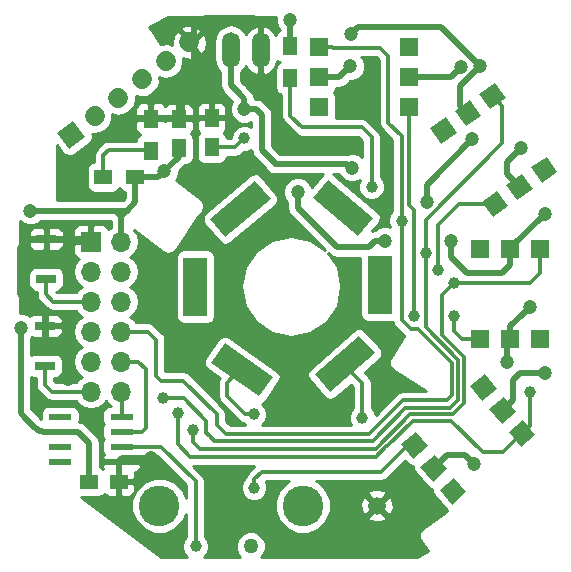
<source format=gtl>
G04 #@! TF.FileFunction,Copper,L1,Top,Signal*
%FSLAX46Y46*%
G04 Gerber Fmt 4.6, Leading zero omitted, Abs format (unit mm)*
G04 Created by KiCad (PCBNEW 4.0.7) date 01/22/18 19:21:18*
%MOMM*%
%LPD*%
G01*
G04 APERTURE LIST*
%ADD10C,0.100000*%
%ADD11R,1.600000X1.600000*%
%ADD12C,1.270000*%
%ADD13C,3.450000*%
%ADD14C,1.520000*%
%ADD15R,1.981200X0.558800*%
%ADD16R,1.700000X0.800000*%
%ADD17O,1.510000X3.010000*%
%ADD18R,1.700000X1.700000*%
%ADD19O,1.700000X1.700000*%
%ADD20R,1.250000X1.500000*%
%ADD21R,1.500000X1.300000*%
%ADD22R,1.300000X1.500000*%
%ADD23R,2.000000X5.000000*%
%ADD24R,1.500000X1.250000*%
%ADD25C,1.700000*%
%ADD26C,1.000000*%
%ADD27C,1.200000*%
%ADD28C,0.300000*%
%ADD29C,0.500000*%
%ADD30C,0.254000*%
G04 APERTURE END LIST*
D10*
G36*
X160190085Y-105630334D02*
X159161624Y-104404663D01*
X160387295Y-103376202D01*
X161415756Y-104601873D01*
X160190085Y-105630334D01*
X160190085Y-105630334D01*
G37*
G36*
X169292705Y-104623798D02*
X168264244Y-103398127D01*
X169489915Y-102369666D01*
X170518376Y-103595337D01*
X169292705Y-104623798D01*
X169292705Y-104623798D01*
G37*
G36*
X161822766Y-107576087D02*
X160794305Y-106350416D01*
X162019976Y-105321955D01*
X163048437Y-106547626D01*
X161822766Y-107576087D01*
X161822766Y-107576087D01*
G37*
G36*
X167660024Y-102678045D02*
X166631563Y-101452374D01*
X167857234Y-100423913D01*
X168885695Y-101649584D01*
X167660024Y-102678045D01*
X167660024Y-102678045D01*
G37*
G36*
X163455446Y-109521840D02*
X162426985Y-108296169D01*
X163652656Y-107267708D01*
X164681117Y-108493379D01*
X163455446Y-109521840D01*
X163455446Y-109521840D01*
G37*
G36*
X166027344Y-100732292D02*
X164998883Y-99506621D01*
X166224554Y-98478160D01*
X167253015Y-99703831D01*
X166027344Y-100732292D01*
X166027344Y-100732292D01*
G37*
G36*
X148311457Y-98734789D02*
X147164304Y-100373093D01*
X143068543Y-97505211D01*
X144215696Y-95866907D01*
X148311457Y-98734789D01*
X148311457Y-98734789D01*
G37*
D11*
X165870000Y-95550000D03*
X170950000Y-87930000D03*
X168410000Y-95550000D03*
X168410000Y-87930000D03*
X170950000Y-95550000D03*
X165870000Y-87930000D03*
D12*
X146410000Y-113070000D03*
D13*
X138690000Y-109620000D03*
X150830000Y-109620000D03*
D14*
X157120000Y-109620000D03*
D15*
X130300000Y-103360000D03*
X135500000Y-103360000D03*
X130300000Y-102090000D03*
X130300000Y-104630000D03*
X130300000Y-105900000D03*
X135500000Y-102090000D03*
X135500000Y-104630000D03*
X135500000Y-105900000D03*
D11*
X159860000Y-75900000D03*
X152240000Y-70820000D03*
X159860000Y-73360000D03*
X152240000Y-73360000D03*
X159860000Y-70820000D03*
X152240000Y-75900000D03*
D16*
X129010000Y-97790000D03*
X129010000Y-94390000D03*
X129100000Y-90450000D03*
X129100000Y-87050000D03*
D10*
G36*
X168224183Y-84286460D02*
X166913540Y-85204183D01*
X165995817Y-83893540D01*
X167306460Y-82975817D01*
X168224183Y-84286460D01*
X168224183Y-84286460D01*
G37*
G36*
X168014823Y-75130754D02*
X166704180Y-76048477D01*
X165786457Y-74737834D01*
X167097100Y-73820111D01*
X168014823Y-75130754D01*
X168014823Y-75130754D01*
G37*
G36*
X170304829Y-82829576D02*
X168994186Y-83747299D01*
X168076463Y-82436656D01*
X169387106Y-81518933D01*
X170304829Y-82829576D01*
X170304829Y-82829576D01*
G37*
G36*
X165934177Y-76587638D02*
X164623534Y-77505361D01*
X163705811Y-76194718D01*
X165016454Y-75276995D01*
X165934177Y-76587638D01*
X165934177Y-76587638D01*
G37*
G36*
X172385475Y-81372692D02*
X171074832Y-82290415D01*
X170157109Y-80979772D01*
X171467752Y-80062049D01*
X172385475Y-81372692D01*
X172385475Y-81372692D01*
G37*
G36*
X163853531Y-78044522D02*
X162542888Y-78962245D01*
X161625165Y-77651602D01*
X162935808Y-76733879D01*
X163853531Y-78044522D01*
X163853531Y-78044522D01*
G37*
D17*
X144740000Y-71050000D03*
X147280000Y-71050000D03*
D18*
X132900000Y-87270000D03*
D19*
X135440000Y-87270000D03*
X132900000Y-89810000D03*
X135440000Y-89810000D03*
X132900000Y-92350000D03*
X135440000Y-92350000D03*
X132900000Y-94890000D03*
X135440000Y-94890000D03*
X132900000Y-97430000D03*
X135440000Y-97430000D03*
X132900000Y-99970000D03*
X135440000Y-99970000D03*
D20*
X143110000Y-79290000D03*
X143110000Y-76790000D03*
X140330000Y-79380000D03*
X140330000Y-76880000D03*
D21*
X133950000Y-81810000D03*
X136650000Y-81810000D03*
D22*
X149790000Y-73440000D03*
X149790000Y-70740000D03*
X137950000Y-79550000D03*
X137950000Y-76850000D03*
D10*
G36*
X153159285Y-100014857D02*
X151847167Y-98505438D01*
X155620715Y-95225143D01*
X156932833Y-96734562D01*
X153159285Y-100014857D01*
X153159285Y-100014857D01*
G37*
D23*
X141740000Y-91070000D03*
X157360000Y-90930000D03*
D10*
G36*
X144277677Y-86873013D02*
X142992101Y-85340925D01*
X146822323Y-82126987D01*
X148107899Y-83659075D01*
X144277677Y-86873013D01*
X144277677Y-86873013D01*
G37*
G36*
X156777899Y-85250925D02*
X155492323Y-86783013D01*
X151662101Y-83569075D01*
X152947677Y-82036987D01*
X156777899Y-85250925D01*
X156777899Y-85250925D01*
G37*
D24*
X132770000Y-107590000D03*
X135270000Y-107590000D03*
D10*
G36*
X132418412Y-78365421D02*
X131078794Y-79412045D01*
X130032170Y-78072427D01*
X131371788Y-77025803D01*
X132418412Y-78365421D01*
X132418412Y-78365421D01*
G37*
D25*
X133226838Y-76655144D02*
X133226838Y-76655144D01*
X135228386Y-75091364D02*
X135228386Y-75091364D01*
X137229933Y-73527584D02*
X137229933Y-73527584D01*
X139231480Y-71963803D02*
X139231480Y-71963803D01*
X141233028Y-70400023D02*
X141233028Y-70400023D01*
D26*
X141750000Y-113070000D03*
D27*
X132030000Y-82900000D03*
X130970000Y-98860000D03*
X130970000Y-98860000D03*
X154860000Y-79090000D03*
X154970000Y-75700000D03*
X148820000Y-77220000D03*
X138010000Y-105590000D03*
D26*
X145880000Y-78520000D03*
D27*
X155000000Y-81000000D03*
X145890000Y-76040000D03*
X139110000Y-81300000D03*
X157810000Y-87190000D03*
X163350000Y-87180000D03*
X150410000Y-83050000D03*
X154850000Y-72420000D03*
X154880000Y-69690000D03*
X165850000Y-72390000D03*
X171310000Y-84940000D03*
X171360000Y-98360000D03*
X127760000Y-84630000D03*
X126950000Y-94560000D03*
X165330000Y-106100000D03*
X161330000Y-83920000D03*
X164240000Y-72500000D03*
X170050000Y-92790000D03*
X165200000Y-78600000D03*
X169330000Y-79350000D03*
X168110000Y-97490000D03*
X149790000Y-68510000D03*
D26*
X156670000Y-82630000D03*
X155885000Y-102190000D03*
X146680000Y-101890000D03*
X163610000Y-90790000D03*
X141570000Y-103240000D03*
X170100000Y-100000000D03*
X140260000Y-101780000D03*
X161230000Y-88270000D03*
X138980000Y-100500000D03*
X159210000Y-85490000D03*
X160230000Y-93590000D03*
X146710000Y-108090000D03*
X162310000Y-89690000D03*
X163600000Y-93600000D03*
D28*
X138820000Y-104640000D02*
X141750000Y-107570000D01*
X138820000Y-104640000D02*
X138810000Y-104630000D01*
X138810000Y-104630000D02*
X135500000Y-104630000D01*
X141750000Y-107570000D02*
X141750000Y-113070000D01*
D29*
X132030000Y-81360000D02*
X132030000Y-82900000D01*
X132500000Y-80890000D02*
X132030000Y-81360000D01*
X132510000Y-80890000D02*
X132500000Y-80890000D01*
X129100000Y-87050000D02*
X132680000Y-87050000D01*
X132680000Y-87050000D02*
X132900000Y-87270000D01*
X126885000Y-87815000D02*
X127650000Y-87050000D01*
X127650000Y-87050000D02*
X129100000Y-87050000D01*
X126885000Y-91715000D02*
X126885000Y-88370000D01*
X126885000Y-88370000D02*
X126885000Y-87815000D01*
X129010000Y-94390000D02*
X129010000Y-93310000D01*
X129010000Y-93310000D02*
X128340000Y-92640000D01*
X128340000Y-92640000D02*
X127810000Y-92640000D01*
X127810000Y-92640000D02*
X126885000Y-91715000D01*
X130970000Y-97320000D02*
X130970000Y-98860000D01*
X129040000Y-95390000D02*
X130970000Y-97320000D01*
X129010000Y-95390000D02*
X129040000Y-95390000D01*
X146050000Y-68340000D02*
X142730000Y-68340000D01*
X141654516Y-70465127D02*
X141654516Y-69263046D01*
X142577562Y-68340000D02*
X142730000Y-68340000D01*
X141654516Y-69263046D02*
X142577562Y-68340000D01*
X141110000Y-73270000D02*
X141654516Y-72725484D01*
X141654516Y-72725484D02*
X141654516Y-70465127D01*
X141110000Y-73290000D02*
X141110000Y-73270000D01*
X152870000Y-79070000D02*
X153630000Y-79070000D01*
X150670000Y-79070000D02*
X152870000Y-79070000D01*
X152870000Y-79070000D02*
X154840000Y-79070000D01*
X154840000Y-79070000D02*
X154860000Y-79090000D01*
X148820000Y-77220000D02*
X150670000Y-79070000D01*
X148820000Y-76150000D02*
X147280000Y-74610000D01*
X147280000Y-74610000D02*
X147280000Y-71050000D01*
X148820000Y-77220000D02*
X148820000Y-76150000D01*
X146740000Y-68340000D02*
X146050000Y-68340000D01*
X146575000Y-68340000D02*
X146050000Y-68340000D01*
X147280000Y-71050000D02*
X147280000Y-69045000D01*
X147280000Y-69045000D02*
X146575000Y-68340000D01*
X135270000Y-107590000D02*
X135270000Y-105845000D01*
X135270000Y-105845000D02*
X135530000Y-105585000D01*
X136610000Y-76790000D02*
X138110000Y-76790000D01*
X138010000Y-105590000D02*
X135535000Y-105590000D01*
X135535000Y-105590000D02*
X135530000Y-105585000D01*
X129010000Y-94390000D02*
X129010000Y-95390000D01*
X135430000Y-105685000D02*
X135530000Y-105585000D01*
X135440000Y-105675000D02*
X135530000Y-105585000D01*
X141110000Y-73290000D02*
X140610000Y-73790000D01*
X140610000Y-73790000D02*
X140610000Y-76790000D01*
X138110000Y-76790000D02*
X140610000Y-76790000D01*
X143110000Y-76790000D02*
X140610000Y-76790000D01*
D28*
X143110000Y-79290000D02*
X145110000Y-79290000D01*
X145110000Y-79290000D02*
X145880000Y-78520000D01*
X144390000Y-79290000D02*
X143110000Y-79290000D01*
D29*
X153910000Y-80690000D02*
X153100000Y-80690000D01*
X153100000Y-80690000D02*
X148450000Y-80690000D01*
X154900000Y-81000000D02*
X154590000Y-80690000D01*
X154590000Y-80690000D02*
X153100000Y-80690000D01*
X155000000Y-81000000D02*
X154900000Y-81000000D01*
X145890000Y-75191472D02*
X145420000Y-74721472D01*
X145420000Y-74721472D02*
X145250000Y-74551472D01*
X144740000Y-71050000D02*
X144740000Y-74041472D01*
X144740000Y-74041472D02*
X145420000Y-74721472D01*
X145890000Y-76040000D02*
X145890000Y-75191472D01*
X154120000Y-80690000D02*
X153910000Y-80690000D01*
X147370000Y-76510000D02*
X146900000Y-76040000D01*
X146900000Y-76040000D02*
X145890000Y-76040000D01*
X147370000Y-79500000D02*
X147370000Y-76510000D01*
X148450000Y-80580000D02*
X147370000Y-79500000D01*
X148450000Y-80690000D02*
X148450000Y-80580000D01*
X165850000Y-72390000D02*
X162550001Y-69090001D01*
X162550001Y-69090001D02*
X155479999Y-69090001D01*
X155479999Y-69090001D02*
X154880000Y-69690000D01*
X168610000Y-100190000D02*
X168610000Y-100000000D01*
X168610000Y-100000000D02*
X168610000Y-98990000D01*
X168610000Y-100699608D02*
X168610000Y-100000000D01*
X167758629Y-101550979D02*
X168610000Y-100699608D01*
X157810000Y-87190000D02*
X156961472Y-87190000D01*
X156961472Y-87190000D02*
X156414469Y-87737003D01*
X156414469Y-87737003D02*
X153747003Y-87737003D01*
X153747003Y-87737003D02*
X150410000Y-84400000D01*
X150410000Y-84400000D02*
X150410000Y-83050000D01*
X134950000Y-84630000D02*
X134730000Y-84630000D01*
X135440000Y-85130000D02*
X135440000Y-85120000D01*
X135440000Y-85120000D02*
X134950000Y-84630000D01*
X135460000Y-85130000D02*
X135960000Y-84630000D01*
X135440000Y-87270000D02*
X135440000Y-85130000D01*
X135440000Y-85130000D02*
X135460000Y-85130000D01*
X136650000Y-83830000D02*
X136650000Y-83940000D01*
X136650000Y-83940000D02*
X135960000Y-84630000D01*
X140330000Y-79380000D02*
X140330000Y-80080000D01*
X140330000Y-80080000D02*
X139110000Y-81300000D01*
X137930000Y-81810000D02*
X138600000Y-81810000D01*
X138600000Y-81810000D02*
X139110000Y-81300000D01*
X136650000Y-81810000D02*
X137930000Y-81810000D01*
X136650000Y-83830000D02*
X136650000Y-81810000D01*
X126950000Y-101800000D02*
X127330000Y-102180000D01*
X127330000Y-102180000D02*
X128195000Y-103045000D01*
X128789400Y-103340000D02*
X128490000Y-103340000D01*
X128490000Y-103340000D02*
X127330000Y-102180000D01*
X130300000Y-103360000D02*
X128809400Y-103360000D01*
X128809400Y-103360000D02*
X128789400Y-103340000D01*
X132770000Y-104320000D02*
X131810000Y-103360000D01*
X131810000Y-103360000D02*
X130300000Y-103360000D01*
X132770000Y-104580000D02*
X132770000Y-107590000D01*
X132770000Y-104580000D02*
X132770000Y-104320000D01*
X164710000Y-89920000D02*
X163350000Y-88560000D01*
X163350000Y-88560000D02*
X163350000Y-87180000D01*
X167720000Y-89920000D02*
X164710000Y-89920000D01*
X168410000Y-87930000D02*
X168410000Y-89230000D01*
X168410000Y-89230000D02*
X167720000Y-89920000D01*
X152240000Y-73360000D02*
X153910000Y-73360000D01*
X153910000Y-73360000D02*
X154850000Y-72420000D01*
X164819994Y-76391178D02*
X164174872Y-75746056D01*
X164174872Y-75746056D02*
X164174872Y-74065128D01*
X164174872Y-74065128D02*
X165850000Y-72390000D01*
X134730000Y-84630000D02*
X135960000Y-84630000D01*
X134730000Y-84630000D02*
X127760000Y-84630000D01*
X170320000Y-98390000D02*
X170910000Y-98390000D01*
X169210000Y-98390000D02*
X170320000Y-98390000D01*
X170320000Y-98390000D02*
X170350000Y-98360000D01*
X170350000Y-98360000D02*
X171360000Y-98360000D01*
X168410000Y-87840000D02*
X171310000Y-84940000D01*
X168410000Y-87930000D02*
X168410000Y-87840000D01*
X170910000Y-98390000D02*
X171010000Y-98290000D01*
X168610000Y-98990000D02*
X169210000Y-98390000D01*
X126950000Y-94560000D02*
X126950000Y-101800000D01*
X127760000Y-84630000D02*
X128608528Y-84630000D01*
X164570000Y-105340000D02*
X165330000Y-106100000D01*
X162569535Y-105810465D02*
X163040000Y-105340000D01*
X163040000Y-105340000D02*
X164570000Y-105340000D01*
X161921371Y-106449021D02*
X162559927Y-105810465D01*
X162559927Y-105810465D02*
X162569535Y-105810465D01*
X161330000Y-83920000D02*
X161330000Y-82470000D01*
X161330000Y-82470000D02*
X165200000Y-78600000D01*
X159860000Y-73360000D02*
X163380000Y-73360000D01*
X163380000Y-73360000D02*
X164240000Y-72500000D01*
X169480000Y-93380000D02*
X169790000Y-93070000D01*
X168410000Y-94450000D02*
X169480000Y-93380000D01*
X169480000Y-93380000D02*
X169480000Y-93360000D01*
X169480000Y-93360000D02*
X170050000Y-92790000D01*
X168410000Y-95550000D02*
X168410000Y-94450000D01*
X165200000Y-78600000D02*
X164600001Y-79199999D01*
X168150000Y-80500000D02*
X169300000Y-79350000D01*
X169300000Y-79350000D02*
X169330000Y-79350000D01*
X168150000Y-81570000D02*
X168150000Y-80500000D01*
X168545524Y-81965524D02*
X168150000Y-81570000D01*
X169190646Y-82633116D02*
X168545524Y-81987994D01*
X168545524Y-81987994D02*
X168545524Y-81965524D01*
X168110000Y-97490000D02*
X168110000Y-95850000D01*
X168110000Y-95850000D02*
X168410000Y-95550000D01*
X168210000Y-95750000D02*
X168410000Y-95550000D01*
D28*
X135510000Y-79490000D02*
X136030000Y-79490000D01*
X136030000Y-79490000D02*
X138110000Y-79490000D01*
X133950000Y-79950000D02*
X134410000Y-79490000D01*
X134410000Y-79490000D02*
X136030000Y-79490000D01*
X133950000Y-81810000D02*
X133950000Y-79950000D01*
D29*
X149790000Y-70740000D02*
X149790000Y-68510000D01*
D28*
X156670000Y-82630000D02*
X156670000Y-78430000D01*
X156670000Y-78430000D02*
X155840000Y-77600000D01*
X155840000Y-77600000D02*
X150790000Y-77600000D01*
X150790000Y-77600000D02*
X149790000Y-76600000D01*
X149790000Y-76600000D02*
X149790000Y-73440000D01*
X155775000Y-99155000D02*
X155530000Y-98910000D01*
X155530000Y-98910000D02*
X154190000Y-97570000D01*
X155885000Y-102190000D02*
X155885000Y-99265000D01*
X155885000Y-99265000D02*
X155530000Y-98910000D01*
X144440000Y-100357106D02*
X144440000Y-99700000D01*
X144440000Y-99700000D02*
X144440000Y-99200000D01*
X144440000Y-99200000D02*
X145470000Y-98170000D01*
X145972894Y-101890000D02*
X144440000Y-100357106D01*
X146680000Y-101890000D02*
X145972894Y-101890000D01*
X162600000Y-95158002D02*
X162600000Y-91800000D01*
X141570000Y-103240000D02*
X141570000Y-104250000D01*
X141570000Y-104250000D02*
X142110000Y-104790000D01*
X142110000Y-104790000D02*
X157002880Y-104790000D01*
X157002880Y-104790000D02*
X159910000Y-101882880D01*
X159910000Y-101882880D02*
X163547120Y-101882880D01*
X163547120Y-101882880D02*
X164480000Y-100950000D01*
X162600000Y-91800000D02*
X163110001Y-91289999D01*
X164480000Y-100950000D02*
X164480000Y-97038002D01*
X164480000Y-97038002D02*
X162600000Y-95158002D01*
X163110001Y-91289999D02*
X163610000Y-90790000D01*
X170950000Y-87930000D02*
X170950000Y-89950000D01*
X170950000Y-89950000D02*
X170110000Y-90790000D01*
X170110000Y-90790000D02*
X163610000Y-90790000D01*
X170100000Y-102788042D02*
X170100000Y-100000000D01*
X169391310Y-103496732D02*
X170100000Y-102788042D01*
X169391310Y-103496732D02*
X169403268Y-103496732D01*
X169391310Y-103496732D02*
X170029866Y-102858176D01*
X170029866Y-102858176D02*
X170010000Y-102878042D01*
X160140000Y-102430000D02*
X163410000Y-102430000D01*
X157910000Y-104590000D02*
X157980000Y-104590000D01*
X157980000Y-104590000D02*
X160140000Y-102430000D01*
X163410000Y-102430000D02*
X166090000Y-105110000D01*
X166090000Y-105110000D02*
X167778042Y-105110000D01*
X167778042Y-105110000D02*
X170010000Y-102878042D01*
X157910000Y-104590000D02*
X157020000Y-105480000D01*
X157020000Y-105480000D02*
X141300000Y-105480000D01*
X141300000Y-105480000D02*
X140260000Y-104440000D01*
X140260000Y-104440000D02*
X140260000Y-101780000D01*
X157210000Y-105290000D02*
X157910000Y-104590000D01*
X142940000Y-103760000D02*
X142970000Y-103760000D01*
X142970000Y-103760000D02*
X143350000Y-104140000D01*
X143350000Y-104140000D02*
X156752870Y-104140000D01*
X156752870Y-104140000D02*
X159510000Y-101382870D01*
X159510000Y-101382870D02*
X163257130Y-101382870D01*
X163257130Y-101382870D02*
X163979990Y-100660010D01*
X163979990Y-100660010D02*
X163979990Y-97245112D01*
X163979990Y-97245112D02*
X161230000Y-94495122D01*
X161230000Y-94495122D02*
X161230000Y-93660000D01*
X161230000Y-93660000D02*
X161230000Y-88270000D01*
X142940000Y-103760000D02*
X142670000Y-103490000D01*
X143120000Y-103940000D02*
X142940000Y-103760000D01*
X167710000Y-78400000D02*
X167710000Y-75743654D01*
X167710000Y-78400000D02*
X167710000Y-78946002D01*
X167710000Y-78946002D02*
X161230000Y-85426002D01*
X161230000Y-85426002D02*
X161230000Y-87562894D01*
X161230000Y-87562894D02*
X161230000Y-88270000D01*
X142670000Y-102410000D02*
X140760000Y-100500000D01*
X140760000Y-100500000D02*
X138980000Y-100500000D01*
X142670000Y-103490000D02*
X142670000Y-102410000D01*
X167710000Y-75743654D02*
X166900640Y-74934294D01*
X166900640Y-75480640D02*
X167010000Y-75590000D01*
X129080000Y-91740000D02*
X129690000Y-92350000D01*
X129690000Y-92350000D02*
X132900000Y-92350000D01*
X129080000Y-91170000D02*
X129080000Y-91740000D01*
X129100000Y-90450000D02*
X129100000Y-91150000D01*
X129100000Y-91150000D02*
X129080000Y-91170000D01*
X159320000Y-100700000D02*
X163050000Y-100700000D01*
X135440000Y-94890000D02*
X137720000Y-94890000D01*
X163050000Y-100700000D02*
X163479980Y-100270020D01*
X163479980Y-97549980D02*
X160580000Y-94650000D01*
X137720000Y-94890000D02*
X138400000Y-95570000D01*
X159960000Y-94650000D02*
X159210000Y-93900000D01*
X144350000Y-103540000D02*
X156480000Y-103540000D01*
X138400000Y-95570000D02*
X138410000Y-95570000D01*
X138410000Y-95570000D02*
X138410000Y-98600000D01*
X144008640Y-103218640D02*
X144028640Y-103218640D01*
X138410000Y-98600000D02*
X138850000Y-99040000D01*
X138850000Y-99040000D02*
X140690000Y-99040000D01*
X144028640Y-103218640D02*
X144350000Y-103540000D01*
X140690000Y-99040000D02*
X143540000Y-101890000D01*
X143540000Y-101890000D02*
X143540000Y-102750000D01*
X163479980Y-100270020D02*
X163479980Y-97549980D01*
X143540000Y-102750000D02*
X144008640Y-103218640D01*
X156480000Y-103540000D02*
X159320000Y-100700000D01*
X160580000Y-94650000D02*
X159960000Y-94650000D01*
X159210000Y-93900000D02*
X159210000Y-93500000D01*
X159210000Y-93500000D02*
X159210000Y-85490000D01*
X159210000Y-82890000D02*
X159210000Y-78350000D01*
X159210000Y-78350000D02*
X158070000Y-77210000D01*
X158070000Y-77210000D02*
X158070000Y-71550000D01*
X158070000Y-71550000D02*
X157350000Y-70830000D01*
X157350000Y-70830000D02*
X153350000Y-70830000D01*
X153350000Y-70830000D02*
X153340000Y-70820000D01*
X153340000Y-70820000D02*
X152240000Y-70820000D01*
X159210000Y-82490000D02*
X159210000Y-82890000D01*
X159210000Y-82890000D02*
X159210000Y-85490000D01*
X135500000Y-102090000D02*
X135500000Y-100030000D01*
X135500000Y-100030000D02*
X135440000Y-99970000D01*
X137520000Y-98070000D02*
X136880000Y-97430000D01*
X136880000Y-97430000D02*
X135440000Y-97430000D01*
X137520000Y-102760000D02*
X137520000Y-98340000D01*
X137520000Y-98340000D02*
X137520000Y-98070000D01*
X137520000Y-103070000D02*
X137230000Y-103360000D01*
X137230000Y-103360000D02*
X135500000Y-103360000D01*
X137520000Y-102760000D02*
X137520000Y-103070000D01*
X160230000Y-93590000D02*
X160230000Y-84560000D01*
X160230000Y-84560000D02*
X159860000Y-84190000D01*
X159860000Y-84190000D02*
X159860000Y-75900000D01*
X148749999Y-106749999D02*
X149185000Y-106749999D01*
X149185000Y-106749999D02*
X157475001Y-106749999D01*
X146710000Y-108090000D02*
X146710000Y-107382894D01*
X147342895Y-106749999D02*
X149185000Y-106749999D01*
X146710000Y-107382894D02*
X147342895Y-106749999D01*
X157475001Y-106749999D02*
X159160134Y-105064866D01*
X159160134Y-105064866D02*
X159160134Y-105061824D01*
X159160134Y-105061824D02*
X159798690Y-104423268D01*
X163050000Y-85120000D02*
X164080000Y-84090000D01*
X162310000Y-89690000D02*
X162310000Y-85860000D01*
X162310000Y-85860000D02*
X163050000Y-85120000D01*
X164080000Y-84090000D02*
X167110000Y-84090000D01*
X163600000Y-94800000D02*
X164350000Y-95550000D01*
X164350000Y-95550000D02*
X165870000Y-95550000D01*
X163600000Y-93600000D02*
X163600000Y-94800000D01*
X165870000Y-95550000D02*
X164780001Y-95550000D01*
X165850000Y-95570000D02*
X165870000Y-95550000D01*
X129010000Y-99380000D02*
X129600000Y-99970000D01*
X129600000Y-99970000D02*
X132900000Y-99970000D01*
X129010000Y-97790000D02*
X129010000Y-99380000D01*
X129010000Y-98490000D02*
X129010000Y-97790000D01*
D30*
G36*
X127908110Y-98786431D02*
X128160000Y-98837440D01*
X128225000Y-98837440D01*
X128225000Y-99380000D01*
X128284755Y-99680407D01*
X128454921Y-99935079D01*
X129044921Y-100525079D01*
X129299593Y-100695245D01*
X129600000Y-100755000D01*
X131643750Y-100755000D01*
X131820853Y-101020054D01*
X132302622Y-101341961D01*
X132870907Y-101455000D01*
X132929093Y-101455000D01*
X133497378Y-101341961D01*
X133979147Y-101020054D01*
X134170000Y-100734422D01*
X134360853Y-101020054D01*
X134575027Y-101163160D01*
X134509400Y-101163160D01*
X134274083Y-101207438D01*
X134057959Y-101346510D01*
X133912969Y-101558710D01*
X133861960Y-101810600D01*
X133861960Y-102369400D01*
X133906238Y-102604717D01*
X133983732Y-102725145D01*
X133912969Y-102828710D01*
X133861960Y-103080600D01*
X133861960Y-103639400D01*
X133906238Y-103874717D01*
X133983732Y-103995145D01*
X133912969Y-104098710D01*
X133861960Y-104350600D01*
X133861960Y-104909400D01*
X133906238Y-105144717D01*
X133977114Y-105254861D01*
X133971073Y-105260902D01*
X133874400Y-105494291D01*
X133874400Y-105614250D01*
X134033150Y-105773000D01*
X135373000Y-105773000D01*
X135373000Y-105753000D01*
X135627000Y-105753000D01*
X135627000Y-105773000D01*
X136966850Y-105773000D01*
X137125600Y-105614250D01*
X137125600Y-105494291D01*
X137092757Y-105415000D01*
X138484842Y-105415000D01*
X140965000Y-107895158D01*
X140965000Y-108945922D01*
X140691877Y-108284914D01*
X140028578Y-107620456D01*
X139161492Y-107260411D01*
X138222627Y-107259591D01*
X137354914Y-107618123D01*
X136690456Y-108281422D01*
X136330411Y-109148508D01*
X136329591Y-110087373D01*
X136688123Y-110955086D01*
X137351422Y-111619544D01*
X138218508Y-111979589D01*
X139157373Y-111980409D01*
X140025086Y-111621877D01*
X140689544Y-110958578D01*
X140965000Y-110295205D01*
X140965000Y-112249898D01*
X140788355Y-112426235D01*
X140615197Y-112843244D01*
X140614803Y-113294775D01*
X140787233Y-113712086D01*
X141027160Y-113952432D01*
X138857064Y-113954737D01*
X132033009Y-108862440D01*
X133520000Y-108862440D01*
X133755317Y-108818162D01*
X133971441Y-108679090D01*
X134017969Y-108610994D01*
X134160302Y-108753327D01*
X134393691Y-108850000D01*
X134984250Y-108850000D01*
X135143000Y-108691250D01*
X135143000Y-107717000D01*
X135397000Y-107717000D01*
X135397000Y-108691250D01*
X135555750Y-108850000D01*
X136146309Y-108850000D01*
X136379698Y-108753327D01*
X136558327Y-108574699D01*
X136655000Y-108341310D01*
X136655000Y-107875750D01*
X136496250Y-107717000D01*
X135397000Y-107717000D01*
X135143000Y-107717000D01*
X135123000Y-107717000D01*
X135123000Y-107463000D01*
X135143000Y-107463000D01*
X135143000Y-107443000D01*
X135397000Y-107443000D01*
X135397000Y-107463000D01*
X136496250Y-107463000D01*
X136655000Y-107304250D01*
X136655000Y-106838690D01*
X136640834Y-106804490D01*
X136850299Y-106717727D01*
X137028927Y-106539098D01*
X137125600Y-106305709D01*
X137125600Y-106185750D01*
X136966850Y-106027000D01*
X135627000Y-106027000D01*
X135627000Y-106047000D01*
X135373000Y-106047000D01*
X135373000Y-106027000D01*
X134033150Y-106027000D01*
X133874400Y-106185750D01*
X133874400Y-106305709D01*
X133951180Y-106491073D01*
X133771890Y-106368569D01*
X133655000Y-106344898D01*
X133655000Y-104320005D01*
X133655001Y-104320000D01*
X133587633Y-103981326D01*
X133587633Y-103981325D01*
X133395790Y-103694210D01*
X133395787Y-103694208D01*
X132435790Y-102734210D01*
X132392074Y-102705000D01*
X132148675Y-102542367D01*
X132092484Y-102531190D01*
X131912526Y-102495393D01*
X131938040Y-102369400D01*
X131938040Y-101810600D01*
X131893762Y-101575283D01*
X131754690Y-101359159D01*
X131542490Y-101214169D01*
X131290600Y-101163160D01*
X129309400Y-101163160D01*
X129074083Y-101207438D01*
X128857959Y-101346510D01*
X128712969Y-101558710D01*
X128661960Y-101810600D01*
X128661960Y-102260381D01*
X127955790Y-101554210D01*
X127955787Y-101554208D01*
X127835000Y-101433421D01*
X127835000Y-98736477D01*
X127908110Y-98786431D01*
X127908110Y-98786431D01*
G37*
X127908110Y-98786431D02*
X128160000Y-98837440D01*
X128225000Y-98837440D01*
X128225000Y-99380000D01*
X128284755Y-99680407D01*
X128454921Y-99935079D01*
X129044921Y-100525079D01*
X129299593Y-100695245D01*
X129600000Y-100755000D01*
X131643750Y-100755000D01*
X131820853Y-101020054D01*
X132302622Y-101341961D01*
X132870907Y-101455000D01*
X132929093Y-101455000D01*
X133497378Y-101341961D01*
X133979147Y-101020054D01*
X134170000Y-100734422D01*
X134360853Y-101020054D01*
X134575027Y-101163160D01*
X134509400Y-101163160D01*
X134274083Y-101207438D01*
X134057959Y-101346510D01*
X133912969Y-101558710D01*
X133861960Y-101810600D01*
X133861960Y-102369400D01*
X133906238Y-102604717D01*
X133983732Y-102725145D01*
X133912969Y-102828710D01*
X133861960Y-103080600D01*
X133861960Y-103639400D01*
X133906238Y-103874717D01*
X133983732Y-103995145D01*
X133912969Y-104098710D01*
X133861960Y-104350600D01*
X133861960Y-104909400D01*
X133906238Y-105144717D01*
X133977114Y-105254861D01*
X133971073Y-105260902D01*
X133874400Y-105494291D01*
X133874400Y-105614250D01*
X134033150Y-105773000D01*
X135373000Y-105773000D01*
X135373000Y-105753000D01*
X135627000Y-105753000D01*
X135627000Y-105773000D01*
X136966850Y-105773000D01*
X137125600Y-105614250D01*
X137125600Y-105494291D01*
X137092757Y-105415000D01*
X138484842Y-105415000D01*
X140965000Y-107895158D01*
X140965000Y-108945922D01*
X140691877Y-108284914D01*
X140028578Y-107620456D01*
X139161492Y-107260411D01*
X138222627Y-107259591D01*
X137354914Y-107618123D01*
X136690456Y-108281422D01*
X136330411Y-109148508D01*
X136329591Y-110087373D01*
X136688123Y-110955086D01*
X137351422Y-111619544D01*
X138218508Y-111979589D01*
X139157373Y-111980409D01*
X140025086Y-111621877D01*
X140689544Y-110958578D01*
X140965000Y-110295205D01*
X140965000Y-112249898D01*
X140788355Y-112426235D01*
X140615197Y-112843244D01*
X140614803Y-113294775D01*
X140787233Y-113712086D01*
X141027160Y-113952432D01*
X138857064Y-113954737D01*
X132033009Y-108862440D01*
X133520000Y-108862440D01*
X133755317Y-108818162D01*
X133971441Y-108679090D01*
X134017969Y-108610994D01*
X134160302Y-108753327D01*
X134393691Y-108850000D01*
X134984250Y-108850000D01*
X135143000Y-108691250D01*
X135143000Y-107717000D01*
X135397000Y-107717000D01*
X135397000Y-108691250D01*
X135555750Y-108850000D01*
X136146309Y-108850000D01*
X136379698Y-108753327D01*
X136558327Y-108574699D01*
X136655000Y-108341310D01*
X136655000Y-107875750D01*
X136496250Y-107717000D01*
X135397000Y-107717000D01*
X135143000Y-107717000D01*
X135123000Y-107717000D01*
X135123000Y-107463000D01*
X135143000Y-107463000D01*
X135143000Y-107443000D01*
X135397000Y-107443000D01*
X135397000Y-107463000D01*
X136496250Y-107463000D01*
X136655000Y-107304250D01*
X136655000Y-106838690D01*
X136640834Y-106804490D01*
X136850299Y-106717727D01*
X137028927Y-106539098D01*
X137125600Y-106305709D01*
X137125600Y-106185750D01*
X136966850Y-106027000D01*
X135627000Y-106027000D01*
X135627000Y-106047000D01*
X135373000Y-106047000D01*
X135373000Y-106027000D01*
X134033150Y-106027000D01*
X133874400Y-106185750D01*
X133874400Y-106305709D01*
X133951180Y-106491073D01*
X133771890Y-106368569D01*
X133655000Y-106344898D01*
X133655000Y-104320005D01*
X133655001Y-104320000D01*
X133587633Y-103981326D01*
X133587633Y-103981325D01*
X133395790Y-103694210D01*
X133395787Y-103694208D01*
X132435790Y-102734210D01*
X132392074Y-102705000D01*
X132148675Y-102542367D01*
X132092484Y-102531190D01*
X131912526Y-102495393D01*
X131938040Y-102369400D01*
X131938040Y-101810600D01*
X131893762Y-101575283D01*
X131754690Y-101359159D01*
X131542490Y-101214169D01*
X131290600Y-101163160D01*
X129309400Y-101163160D01*
X129074083Y-101207438D01*
X128857959Y-101346510D01*
X128712969Y-101558710D01*
X128661960Y-101810600D01*
X128661960Y-102260381D01*
X127955790Y-101554210D01*
X127955787Y-101554208D01*
X127835000Y-101433421D01*
X127835000Y-98736477D01*
X127908110Y-98786431D01*
G36*
X159694117Y-106046501D02*
X159879295Y-106198302D01*
X160124752Y-106274469D01*
X160154374Y-106271535D01*
X160150170Y-106285083D01*
X160175500Y-106540835D01*
X160298337Y-106766583D01*
X161326798Y-107992254D01*
X161511976Y-108144055D01*
X161757433Y-108220222D01*
X161787054Y-108217288D01*
X161782850Y-108230836D01*
X161808180Y-108486588D01*
X161931017Y-108712336D01*
X162959478Y-109938007D01*
X163074653Y-110032423D01*
X160951297Y-111575571D01*
X160943608Y-111583892D01*
X160933468Y-111588946D01*
X160846556Y-111688911D01*
X160756658Y-111786189D01*
X160752738Y-111796818D01*
X160745305Y-111805368D01*
X160703267Y-111930972D01*
X160657434Y-112055259D01*
X160657880Y-112066581D01*
X160654285Y-112077323D01*
X160663513Y-112209453D01*
X160668732Y-112341819D01*
X160673477Y-112352107D01*
X160674266Y-112363409D01*
X160733357Y-112481954D01*
X160788831Y-112602243D01*
X160797152Y-112609932D01*
X160802206Y-112620072D01*
X161437441Y-113440630D01*
X160482023Y-113931766D01*
X147330355Y-113945736D01*
X147486026Y-113790337D01*
X147679779Y-113323727D01*
X147680220Y-112818490D01*
X147487282Y-112351542D01*
X147130337Y-111993974D01*
X146663727Y-111800221D01*
X146158490Y-111799780D01*
X145691542Y-111992718D01*
X145333974Y-112349663D01*
X145140221Y-112816273D01*
X145139780Y-113321510D01*
X145332718Y-113788458D01*
X145491672Y-113947689D01*
X142474101Y-113950895D01*
X142711645Y-113713765D01*
X142884803Y-113296756D01*
X142885197Y-112845225D01*
X142712767Y-112427914D01*
X142535000Y-112249837D01*
X142535000Y-107570000D01*
X142475245Y-107269594D01*
X142305079Y-107014921D01*
X141555158Y-106265000D01*
X146717736Y-106265000D01*
X146154921Y-106827815D01*
X145984755Y-107082487D01*
X145975631Y-107128355D01*
X145953045Y-107241901D01*
X145748355Y-107446235D01*
X145575197Y-107863244D01*
X145574803Y-108314775D01*
X145747233Y-108732086D01*
X146066235Y-109051645D01*
X146483244Y-109224803D01*
X146934775Y-109225197D01*
X147352086Y-109052767D01*
X147671645Y-108733765D01*
X147844803Y-108316756D01*
X147845197Y-107865225D01*
X147708750Y-107534999D01*
X149696089Y-107534999D01*
X149494914Y-107618123D01*
X148830456Y-108281422D01*
X148470411Y-109148508D01*
X148469591Y-110087373D01*
X148828123Y-110955086D01*
X149491422Y-111619544D01*
X150358508Y-111979589D01*
X151297373Y-111980409D01*
X152165086Y-111621877D01*
X152829544Y-110958578D01*
X152978951Y-110598764D01*
X156320841Y-110598764D01*
X156390059Y-110840742D01*
X156912780Y-111027155D01*
X157467049Y-110999341D01*
X157849941Y-110840742D01*
X157919159Y-110598764D01*
X157120000Y-109799605D01*
X156320841Y-110598764D01*
X152978951Y-110598764D01*
X153189589Y-110091492D01*
X153190181Y-109412780D01*
X155712845Y-109412780D01*
X155740659Y-109967049D01*
X155899258Y-110349941D01*
X156141236Y-110419159D01*
X156940395Y-109620000D01*
X157299605Y-109620000D01*
X158098764Y-110419159D01*
X158340742Y-110349941D01*
X158527155Y-109827220D01*
X158499341Y-109272951D01*
X158340742Y-108890059D01*
X158098764Y-108820841D01*
X157299605Y-109620000D01*
X156940395Y-109620000D01*
X156141236Y-108820841D01*
X155899258Y-108890059D01*
X155712845Y-109412780D01*
X153190181Y-109412780D01*
X153190409Y-109152627D01*
X152979107Y-108641236D01*
X156320841Y-108641236D01*
X157120000Y-109440395D01*
X157919159Y-108641236D01*
X157849941Y-108399258D01*
X157327220Y-108212845D01*
X156772951Y-108240659D01*
X156390059Y-108399258D01*
X156320841Y-108641236D01*
X152979107Y-108641236D01*
X152831877Y-108284914D01*
X152168578Y-107620456D01*
X151962774Y-107534999D01*
X157475001Y-107534999D01*
X157775408Y-107475244D01*
X158030080Y-107305078D01*
X159509123Y-105826035D01*
X159694117Y-106046501D01*
X159694117Y-106046501D01*
G37*
X159694117Y-106046501D02*
X159879295Y-106198302D01*
X160124752Y-106274469D01*
X160154374Y-106271535D01*
X160150170Y-106285083D01*
X160175500Y-106540835D01*
X160298337Y-106766583D01*
X161326798Y-107992254D01*
X161511976Y-108144055D01*
X161757433Y-108220222D01*
X161787054Y-108217288D01*
X161782850Y-108230836D01*
X161808180Y-108486588D01*
X161931017Y-108712336D01*
X162959478Y-109938007D01*
X163074653Y-110032423D01*
X160951297Y-111575571D01*
X160943608Y-111583892D01*
X160933468Y-111588946D01*
X160846556Y-111688911D01*
X160756658Y-111786189D01*
X160752738Y-111796818D01*
X160745305Y-111805368D01*
X160703267Y-111930972D01*
X160657434Y-112055259D01*
X160657880Y-112066581D01*
X160654285Y-112077323D01*
X160663513Y-112209453D01*
X160668732Y-112341819D01*
X160673477Y-112352107D01*
X160674266Y-112363409D01*
X160733357Y-112481954D01*
X160788831Y-112602243D01*
X160797152Y-112609932D01*
X160802206Y-112620072D01*
X161437441Y-113440630D01*
X160482023Y-113931766D01*
X147330355Y-113945736D01*
X147486026Y-113790337D01*
X147679779Y-113323727D01*
X147680220Y-112818490D01*
X147487282Y-112351542D01*
X147130337Y-111993974D01*
X146663727Y-111800221D01*
X146158490Y-111799780D01*
X145691542Y-111992718D01*
X145333974Y-112349663D01*
X145140221Y-112816273D01*
X145139780Y-113321510D01*
X145332718Y-113788458D01*
X145491672Y-113947689D01*
X142474101Y-113950895D01*
X142711645Y-113713765D01*
X142884803Y-113296756D01*
X142885197Y-112845225D01*
X142712767Y-112427914D01*
X142535000Y-112249837D01*
X142535000Y-107570000D01*
X142475245Y-107269594D01*
X142305079Y-107014921D01*
X141555158Y-106265000D01*
X146717736Y-106265000D01*
X146154921Y-106827815D01*
X145984755Y-107082487D01*
X145975631Y-107128355D01*
X145953045Y-107241901D01*
X145748355Y-107446235D01*
X145575197Y-107863244D01*
X145574803Y-108314775D01*
X145747233Y-108732086D01*
X146066235Y-109051645D01*
X146483244Y-109224803D01*
X146934775Y-109225197D01*
X147352086Y-109052767D01*
X147671645Y-108733765D01*
X147844803Y-108316756D01*
X147845197Y-107865225D01*
X147708750Y-107534999D01*
X149696089Y-107534999D01*
X149494914Y-107618123D01*
X148830456Y-108281422D01*
X148470411Y-109148508D01*
X148469591Y-110087373D01*
X148828123Y-110955086D01*
X149491422Y-111619544D01*
X150358508Y-111979589D01*
X151297373Y-111980409D01*
X152165086Y-111621877D01*
X152829544Y-110958578D01*
X152978951Y-110598764D01*
X156320841Y-110598764D01*
X156390059Y-110840742D01*
X156912780Y-111027155D01*
X157467049Y-110999341D01*
X157849941Y-110840742D01*
X157919159Y-110598764D01*
X157120000Y-109799605D01*
X156320841Y-110598764D01*
X152978951Y-110598764D01*
X153189589Y-110091492D01*
X153190181Y-109412780D01*
X155712845Y-109412780D01*
X155740659Y-109967049D01*
X155899258Y-110349941D01*
X156141236Y-110419159D01*
X156940395Y-109620000D01*
X157299605Y-109620000D01*
X158098764Y-110419159D01*
X158340742Y-110349941D01*
X158527155Y-109827220D01*
X158499341Y-109272951D01*
X158340742Y-108890059D01*
X158098764Y-108820841D01*
X157299605Y-109620000D01*
X156940395Y-109620000D01*
X156141236Y-108820841D01*
X155899258Y-108890059D01*
X155712845Y-109412780D01*
X153190181Y-109412780D01*
X153190409Y-109152627D01*
X152979107Y-108641236D01*
X156320841Y-108641236D01*
X157120000Y-109440395D01*
X157919159Y-108641236D01*
X157849941Y-108399258D01*
X157327220Y-108212845D01*
X156772951Y-108240659D01*
X156390059Y-108399258D01*
X156320841Y-108641236D01*
X152979107Y-108641236D01*
X152831877Y-108284914D01*
X152168578Y-107620456D01*
X151962774Y-107534999D01*
X157475001Y-107534999D01*
X157775408Y-107475244D01*
X158030080Y-107305078D01*
X159509123Y-105826035D01*
X159694117Y-106046501D01*
G36*
X148554786Y-68754579D02*
X148742408Y-69208657D01*
X148905000Y-69371533D01*
X148905000Y-69386778D01*
X148904683Y-69386838D01*
X148688559Y-69525910D01*
X148543569Y-69738110D01*
X148542697Y-69742416D01*
X148515592Y-69650737D01*
X148173076Y-69227319D01*
X147694597Y-68967207D01*
X147621971Y-68952723D01*
X147407000Y-69075317D01*
X147407000Y-70923000D01*
X147427000Y-70923000D01*
X147427000Y-71177000D01*
X147407000Y-71177000D01*
X147407000Y-73024683D01*
X147621971Y-73147277D01*
X147694597Y-73132793D01*
X148173076Y-72872681D01*
X148515592Y-72449263D01*
X148668935Y-71930602D01*
X148675910Y-71941441D01*
X148888110Y-72086431D01*
X148901197Y-72089081D01*
X148688559Y-72225910D01*
X148543569Y-72438110D01*
X148492560Y-72690000D01*
X148492560Y-74190000D01*
X148536838Y-74425317D01*
X148675910Y-74641441D01*
X148888110Y-74786431D01*
X149005000Y-74810102D01*
X149005000Y-76600000D01*
X149064755Y-76900407D01*
X149234921Y-77155079D01*
X150234921Y-78155079D01*
X150489594Y-78325245D01*
X150790000Y-78385001D01*
X150790005Y-78385000D01*
X155514842Y-78385000D01*
X155885000Y-78755158D01*
X155885000Y-80138467D01*
X155700485Y-79953629D01*
X155246734Y-79765215D01*
X154755421Y-79764786D01*
X154635969Y-79814143D01*
X154590000Y-79804999D01*
X154589995Y-79805000D01*
X148926579Y-79805000D01*
X148255000Y-79133420D01*
X148255000Y-76510000D01*
X148187633Y-76171325D01*
X147995790Y-75884210D01*
X147995787Y-75884208D01*
X147525790Y-75414210D01*
X147488496Y-75389291D01*
X147238675Y-75222367D01*
X147182484Y-75211190D01*
X146900000Y-75154999D01*
X146899995Y-75155000D01*
X146767745Y-75155000D01*
X146707633Y-74852797D01*
X146515790Y-74565682D01*
X146515787Y-74565680D01*
X146045790Y-74095682D01*
X146045787Y-74095680D01*
X145991579Y-74041472D01*
X145875790Y-73925682D01*
X145625000Y-73674892D01*
X145625000Y-72890203D01*
X145722878Y-72824803D01*
X146022751Y-72376013D01*
X146044408Y-72449263D01*
X146386924Y-72872681D01*
X146865403Y-73132793D01*
X146938029Y-73147277D01*
X147153000Y-73024683D01*
X147153000Y-71177000D01*
X147133000Y-71177000D01*
X147133000Y-70923000D01*
X147153000Y-70923000D01*
X147153000Y-69075317D01*
X146938029Y-68952723D01*
X146865403Y-68967207D01*
X146386924Y-69227319D01*
X146044408Y-69650737D01*
X146022751Y-69723987D01*
X145722878Y-69275197D01*
X145271930Y-68973882D01*
X144740000Y-68868075D01*
X144208070Y-68973882D01*
X143757122Y-69275197D01*
X143455807Y-69726145D01*
X143350000Y-70258075D01*
X143350000Y-71841925D01*
X143455807Y-72373855D01*
X143757122Y-72824803D01*
X143855000Y-72890203D01*
X143855000Y-74041467D01*
X143854999Y-74041472D01*
X143902801Y-74281785D01*
X143922367Y-74380147D01*
X144036842Y-74551472D01*
X144114210Y-74667262D01*
X144624210Y-75177262D01*
X144736542Y-75289593D01*
X144794208Y-75347259D01*
X144794210Y-75347262D01*
X144826856Y-75379908D01*
X144655215Y-75793266D01*
X144654786Y-76284579D01*
X144842408Y-76738657D01*
X145189515Y-77086371D01*
X145643266Y-77274785D01*
X146134579Y-77275214D01*
X146485000Y-77130422D01*
X146485000Y-77542258D01*
X146106756Y-77385197D01*
X145655225Y-77384803D01*
X145237914Y-77557233D01*
X144918355Y-77876235D01*
X144745197Y-78293244D01*
X144745012Y-78505000D01*
X144375854Y-78505000D01*
X144338162Y-78304683D01*
X144199090Y-78088559D01*
X144130994Y-78042031D01*
X144273327Y-77899698D01*
X144370000Y-77666309D01*
X144370000Y-77075750D01*
X144211250Y-76917000D01*
X143237000Y-76917000D01*
X143237000Y-76937000D01*
X142983000Y-76937000D01*
X142983000Y-76917000D01*
X142008750Y-76917000D01*
X141850000Y-77075750D01*
X141850000Y-77666309D01*
X141946673Y-77899698D01*
X142087910Y-78040936D01*
X142033559Y-78075910D01*
X141888569Y-78288110D01*
X141837560Y-78540000D01*
X141837560Y-80040000D01*
X141881838Y-80275317D01*
X142020910Y-80491441D01*
X142233110Y-80636431D01*
X142485000Y-80687440D01*
X143735000Y-80687440D01*
X143970317Y-80643162D01*
X144186441Y-80504090D01*
X144331431Y-80291890D01*
X144375352Y-80075000D01*
X145110000Y-80075000D01*
X145410407Y-80015245D01*
X145665079Y-79845079D01*
X145855179Y-79654979D01*
X146104775Y-79655197D01*
X146485000Y-79498091D01*
X146485000Y-79499995D01*
X146484999Y-79500000D01*
X146522530Y-79688675D01*
X146552367Y-79838675D01*
X146713614Y-80080000D01*
X146744210Y-80125790D01*
X147628710Y-81010289D01*
X147632367Y-81028675D01*
X147824210Y-81315790D01*
X148111325Y-81507633D01*
X148450000Y-81575000D01*
X152509205Y-81575000D01*
X152451709Y-81620820D01*
X151583347Y-82655692D01*
X151457592Y-82351343D01*
X151110485Y-82003629D01*
X150656734Y-81815215D01*
X150165421Y-81814786D01*
X149711343Y-82002408D01*
X149363629Y-82349515D01*
X149175215Y-82803266D01*
X149174786Y-83294579D01*
X149362408Y-83748657D01*
X149525000Y-83911533D01*
X149525000Y-84399995D01*
X149524999Y-84400000D01*
X149579325Y-84673108D01*
X149592367Y-84738675D01*
X149771213Y-85006338D01*
X149784210Y-85025790D01*
X152708016Y-87949595D01*
X151478628Y-87128144D01*
X149850000Y-86804190D01*
X148221372Y-87128144D01*
X146840688Y-88050688D01*
X145918144Y-89431372D01*
X145594190Y-91060000D01*
X145918144Y-92688628D01*
X146840688Y-94069312D01*
X148221372Y-94991856D01*
X149850000Y-95315810D01*
X151478628Y-94991856D01*
X152859312Y-94069312D01*
X153781856Y-92688628D01*
X154105810Y-91060000D01*
X153781856Y-89431372D01*
X152960405Y-88201984D01*
X153121211Y-88362790D01*
X153121213Y-88362793D01*
X153408328Y-88554636D01*
X153414130Y-88555790D01*
X153747003Y-88622004D01*
X153747008Y-88622003D01*
X155712560Y-88622003D01*
X155712560Y-93430000D01*
X155756838Y-93665317D01*
X155895910Y-93881441D01*
X156108110Y-94026431D01*
X156360000Y-94077440D01*
X158360000Y-94077440D01*
X158456677Y-94059249D01*
X158484755Y-94200407D01*
X158654921Y-94455079D01*
X159404921Y-95205079D01*
X159421428Y-95216109D01*
X158259900Y-97063579D01*
X158231149Y-97093455D01*
X158126505Y-97360464D01*
X158132007Y-97647194D01*
X158246816Y-97909992D01*
X158453455Y-98108851D01*
X161272142Y-99915000D01*
X159320005Y-99915000D01*
X159320000Y-99914999D01*
X159019594Y-99974755D01*
X158764921Y-100144921D01*
X158764919Y-100144924D01*
X156998099Y-101911744D01*
X156847767Y-101547914D01*
X156670000Y-101369837D01*
X156670000Y-99265000D01*
X156610245Y-98964594D01*
X156440079Y-98709921D01*
X156071410Y-98341252D01*
X157357592Y-97223191D01*
X157506139Y-97035392D01*
X157578010Y-96788643D01*
X157548220Y-96533372D01*
X157421462Y-96309803D01*
X156109344Y-94800384D01*
X155921546Y-94651837D01*
X155674796Y-94579966D01*
X155419525Y-94609756D01*
X155195956Y-94736514D01*
X151422408Y-98016809D01*
X151273861Y-98204608D01*
X151201990Y-98451357D01*
X151231780Y-98706628D01*
X151358538Y-98930197D01*
X152670656Y-100439616D01*
X152858454Y-100588163D01*
X153105204Y-100660034D01*
X153360475Y-100630244D01*
X153584044Y-100503486D01*
X154883622Y-99373780D01*
X155100000Y-99590158D01*
X155100000Y-101369898D01*
X154923355Y-101546235D01*
X154750197Y-101963244D01*
X154749803Y-102414775D01*
X154890382Y-102755000D01*
X147420024Y-102755000D01*
X147641645Y-102533765D01*
X147814803Y-102116756D01*
X147815197Y-101665225D01*
X147642767Y-101247914D01*
X147369297Y-100973967D01*
X147508393Y-100921528D01*
X147694656Y-100744449D01*
X148841809Y-99106145D01*
X148940511Y-98887988D01*
X148950553Y-98631181D01*
X148859892Y-98390700D01*
X148682813Y-98204437D01*
X144587052Y-95336555D01*
X144368895Y-95237853D01*
X144112088Y-95227811D01*
X143871607Y-95318472D01*
X143685344Y-95495551D01*
X142538191Y-97133855D01*
X142439489Y-97352012D01*
X142429447Y-97608819D01*
X142520108Y-97849300D01*
X142697187Y-98035563D01*
X143783728Y-98796367D01*
X143714755Y-98899593D01*
X143681805Y-99065245D01*
X143655000Y-99200000D01*
X143655000Y-100357106D01*
X143714755Y-100657513D01*
X143884921Y-100912185D01*
X145417813Y-102445076D01*
X145417815Y-102445079D01*
X145672488Y-102615245D01*
X145831901Y-102646955D01*
X145939758Y-102755000D01*
X144675158Y-102755000D01*
X144583719Y-102663561D01*
X144523446Y-102623288D01*
X144325000Y-102424842D01*
X144325000Y-101890000D01*
X144265245Y-101589594D01*
X144095079Y-101334921D01*
X141245079Y-98484921D01*
X140990407Y-98314755D01*
X140690000Y-98255000D01*
X139195000Y-98255000D01*
X139195000Y-95570000D01*
X139135245Y-95269594D01*
X138965079Y-95014921D01*
X138934943Y-94994785D01*
X138275079Y-94334921D01*
X138020407Y-94164755D01*
X137720000Y-94105000D01*
X136696250Y-94105000D01*
X136519147Y-93839946D01*
X136189974Y-93620000D01*
X136519147Y-93400054D01*
X136841054Y-92918285D01*
X136954093Y-92350000D01*
X136841054Y-91781715D01*
X136519147Y-91299946D01*
X136189974Y-91080000D01*
X136519147Y-90860054D01*
X136841054Y-90378285D01*
X136954093Y-89810000D01*
X136841054Y-89241715D01*
X136519147Y-88759946D01*
X136234873Y-88570000D01*
X140092560Y-88570000D01*
X140092560Y-93570000D01*
X140136838Y-93805317D01*
X140275910Y-94021441D01*
X140488110Y-94166431D01*
X140740000Y-94217440D01*
X142740000Y-94217440D01*
X142975317Y-94173162D01*
X143191441Y-94034090D01*
X143336431Y-93821890D01*
X143387440Y-93570000D01*
X143387440Y-88570000D01*
X143343162Y-88334683D01*
X143204090Y-88118559D01*
X142991890Y-87973569D01*
X142740000Y-87922560D01*
X140740000Y-87922560D01*
X140504683Y-87966838D01*
X140288559Y-88105910D01*
X140143569Y-88318110D01*
X140092560Y-88570000D01*
X136234873Y-88570000D01*
X136189974Y-88540000D01*
X136519147Y-88320054D01*
X136841054Y-87838285D01*
X136954093Y-87270000D01*
X136841054Y-86701715D01*
X136566669Y-86291068D01*
X139013274Y-88163662D01*
X139032362Y-88173046D01*
X139047296Y-88188195D01*
X139160427Y-88236006D01*
X139270637Y-88290187D01*
X139291864Y-88291552D01*
X139311458Y-88299833D01*
X139434271Y-88300711D01*
X139556828Y-88308593D01*
X139576962Y-88301731D01*
X139598233Y-88301883D01*
X139712033Y-88255696D01*
X139828278Y-88216078D01*
X139844253Y-88202034D01*
X139863964Y-88194034D01*
X139951433Y-88107807D01*
X140043661Y-88026726D01*
X140053044Y-88007639D01*
X140068195Y-87992704D01*
X141911949Y-85275592D01*
X142347966Y-85275592D01*
X142373297Y-85531344D01*
X142496133Y-85757092D01*
X143781709Y-87289180D01*
X143966887Y-87440981D01*
X144212344Y-87517148D01*
X144468096Y-87491818D01*
X144693843Y-87368981D01*
X148524065Y-84155043D01*
X148675867Y-83969865D01*
X148752034Y-83724408D01*
X148726703Y-83468656D01*
X148603867Y-83242908D01*
X147318291Y-81710820D01*
X147133113Y-81559019D01*
X146887656Y-81482852D01*
X146631904Y-81508182D01*
X146406157Y-81631019D01*
X142575935Y-84844957D01*
X142424133Y-85030135D01*
X142347966Y-85275592D01*
X141911949Y-85275592D01*
X142348195Y-84632703D01*
X142394460Y-84523229D01*
X142448065Y-84417150D01*
X142449969Y-84391883D01*
X142459833Y-84368542D01*
X142460683Y-84249697D01*
X142469613Y-84131178D01*
X142461702Y-84107103D01*
X142461883Y-84081767D01*
X142417190Y-83971648D01*
X142380084Y-83858728D01*
X142363563Y-83839514D01*
X142354034Y-83816036D01*
X142270595Y-83731395D01*
X142193108Y-83641279D01*
X140130467Y-82026343D01*
X140156371Y-82000485D01*
X140344785Y-81546734D01*
X140344986Y-81316594D01*
X140884139Y-80777440D01*
X140955000Y-80777440D01*
X141190317Y-80733162D01*
X141406441Y-80594090D01*
X141551431Y-80381890D01*
X141602440Y-80130000D01*
X141602440Y-78630000D01*
X141558162Y-78394683D01*
X141419090Y-78178559D01*
X141350994Y-78132031D01*
X141493327Y-77989698D01*
X141590000Y-77756309D01*
X141590000Y-77165750D01*
X141431250Y-77007000D01*
X140457000Y-77007000D01*
X140457000Y-77027000D01*
X140203000Y-77027000D01*
X140203000Y-77007000D01*
X139228750Y-77007000D01*
X139167500Y-77068250D01*
X139076250Y-76977000D01*
X138077000Y-76977000D01*
X138077000Y-76997000D01*
X137823000Y-76997000D01*
X137823000Y-76977000D01*
X136823750Y-76977000D01*
X136665000Y-77135750D01*
X136665000Y-77726309D01*
X136761673Y-77959698D01*
X136940301Y-78138327D01*
X137076287Y-78194654D01*
X137064683Y-78196838D01*
X136848559Y-78335910D01*
X136703569Y-78548110D01*
X136671798Y-78705000D01*
X134410000Y-78705000D01*
X134109593Y-78764755D01*
X133854921Y-78934921D01*
X133394921Y-79394921D01*
X133224755Y-79649593D01*
X133187144Y-79838674D01*
X133165000Y-79950000D01*
X133165000Y-80519146D01*
X132964683Y-80556838D01*
X132748559Y-80695910D01*
X132603569Y-80908110D01*
X132552560Y-81160000D01*
X132552560Y-82460000D01*
X132596838Y-82695317D01*
X132735910Y-82911441D01*
X132948110Y-83056431D01*
X133200000Y-83107440D01*
X134700000Y-83107440D01*
X134935317Y-83063162D01*
X135151441Y-82924090D01*
X135296431Y-82711890D01*
X135299081Y-82698803D01*
X135435910Y-82911441D01*
X135648110Y-83056431D01*
X135765000Y-83080102D01*
X135765000Y-83573421D01*
X135593420Y-83745000D01*
X134950005Y-83745000D01*
X134950000Y-83744999D01*
X134949995Y-83745000D01*
X130024381Y-83745000D01*
X130028040Y-83726511D01*
X130023591Y-79113064D01*
X130568604Y-79810649D01*
X130748371Y-79968821D01*
X130991021Y-80053508D01*
X131247501Y-80037118D01*
X131477398Y-79922235D01*
X132817016Y-78875611D01*
X132975188Y-78695844D01*
X133059875Y-78453194D01*
X133043485Y-78196714D01*
X133012734Y-78135176D01*
X133063743Y-78151998D01*
X133641569Y-78109069D01*
X134158982Y-77848285D01*
X134537212Y-77409345D01*
X134718677Y-76859076D01*
X134689343Y-76464240D01*
X135065291Y-76588218D01*
X135643117Y-76545289D01*
X136160530Y-76284505D01*
X136428355Y-75973691D01*
X136665000Y-75973691D01*
X136665000Y-76564250D01*
X136823750Y-76723000D01*
X137823000Y-76723000D01*
X137823000Y-75623750D01*
X138077000Y-75623750D01*
X138077000Y-76723000D01*
X139076250Y-76723000D01*
X139137500Y-76661750D01*
X139228750Y-76753000D01*
X140203000Y-76753000D01*
X140203000Y-75653750D01*
X140457000Y-75653750D01*
X140457000Y-76753000D01*
X141431250Y-76753000D01*
X141590000Y-76594250D01*
X141590000Y-76003691D01*
X141552721Y-75913691D01*
X141850000Y-75913691D01*
X141850000Y-76504250D01*
X142008750Y-76663000D01*
X142983000Y-76663000D01*
X142983000Y-75563750D01*
X143237000Y-75563750D01*
X143237000Y-76663000D01*
X144211250Y-76663000D01*
X144370000Y-76504250D01*
X144370000Y-75913691D01*
X144273327Y-75680302D01*
X144094699Y-75501673D01*
X143861310Y-75405000D01*
X143395750Y-75405000D01*
X143237000Y-75563750D01*
X142983000Y-75563750D01*
X142824250Y-75405000D01*
X142358690Y-75405000D01*
X142125301Y-75501673D01*
X141946673Y-75680302D01*
X141850000Y-75913691D01*
X141552721Y-75913691D01*
X141493327Y-75770302D01*
X141314699Y-75591673D01*
X141081310Y-75495000D01*
X140615750Y-75495000D01*
X140457000Y-75653750D01*
X140203000Y-75653750D01*
X140044250Y-75495000D01*
X139578690Y-75495000D01*
X139345301Y-75591673D01*
X139166673Y-75770302D01*
X139158713Y-75789519D01*
X139138327Y-75740302D01*
X138959699Y-75561673D01*
X138726310Y-75465000D01*
X138235750Y-75465000D01*
X138077000Y-75623750D01*
X137823000Y-75623750D01*
X137664250Y-75465000D01*
X137173690Y-75465000D01*
X136940301Y-75561673D01*
X136761673Y-75740302D01*
X136665000Y-75973691D01*
X136428355Y-75973691D01*
X136538760Y-75845565D01*
X136720225Y-75295296D01*
X136690891Y-74900460D01*
X137066838Y-75024438D01*
X137644664Y-74981509D01*
X138162077Y-74720725D01*
X138540307Y-74281785D01*
X138721772Y-73731516D01*
X138692438Y-73336679D01*
X139068385Y-73460657D01*
X139646211Y-73417728D01*
X140163624Y-73156944D01*
X140541854Y-72718004D01*
X140723319Y-72167735D01*
X140692958Y-71759076D01*
X140833829Y-71830371D01*
X141411586Y-71874258D01*
X141839256Y-71755645D01*
X141945719Y-71518508D01*
X141211140Y-70578289D01*
X141195380Y-70590602D01*
X141063584Y-70421911D01*
X141411294Y-70421911D01*
X142145874Y-71362130D01*
X142401722Y-71316198D01*
X142620275Y-70929927D01*
X142717463Y-70358714D01*
X142588659Y-69793790D01*
X142352037Y-69686923D01*
X141411294Y-70421911D01*
X141063584Y-70421911D01*
X141039002Y-70390448D01*
X141054762Y-70378135D01*
X140320182Y-69437916D01*
X140064334Y-69483848D01*
X139845781Y-69870119D01*
X139748593Y-70441332D01*
X139783691Y-70595270D01*
X139394575Y-70466949D01*
X138816749Y-70509878D01*
X138739784Y-70548669D01*
X138734348Y-70416994D01*
X138732994Y-70414071D01*
X138732833Y-70410855D01*
X138672742Y-70284057D01*
X138613765Y-70156794D01*
X138611397Y-70154614D01*
X138610017Y-70151702D01*
X137963610Y-69281538D01*
X140520337Y-69281538D01*
X141254916Y-70221757D01*
X142195659Y-69486768D01*
X142149210Y-69231321D01*
X141632227Y-68969675D01*
X141054470Y-68925788D01*
X140626800Y-69044401D01*
X140520337Y-69281538D01*
X137963610Y-69281538D01*
X137820949Y-69089495D01*
X139401451Y-68275000D01*
X148555205Y-68275000D01*
X148554786Y-68754579D01*
X148554786Y-68754579D01*
G37*
X148554786Y-68754579D02*
X148742408Y-69208657D01*
X148905000Y-69371533D01*
X148905000Y-69386778D01*
X148904683Y-69386838D01*
X148688559Y-69525910D01*
X148543569Y-69738110D01*
X148542697Y-69742416D01*
X148515592Y-69650737D01*
X148173076Y-69227319D01*
X147694597Y-68967207D01*
X147621971Y-68952723D01*
X147407000Y-69075317D01*
X147407000Y-70923000D01*
X147427000Y-70923000D01*
X147427000Y-71177000D01*
X147407000Y-71177000D01*
X147407000Y-73024683D01*
X147621971Y-73147277D01*
X147694597Y-73132793D01*
X148173076Y-72872681D01*
X148515592Y-72449263D01*
X148668935Y-71930602D01*
X148675910Y-71941441D01*
X148888110Y-72086431D01*
X148901197Y-72089081D01*
X148688559Y-72225910D01*
X148543569Y-72438110D01*
X148492560Y-72690000D01*
X148492560Y-74190000D01*
X148536838Y-74425317D01*
X148675910Y-74641441D01*
X148888110Y-74786431D01*
X149005000Y-74810102D01*
X149005000Y-76600000D01*
X149064755Y-76900407D01*
X149234921Y-77155079D01*
X150234921Y-78155079D01*
X150489594Y-78325245D01*
X150790000Y-78385001D01*
X150790005Y-78385000D01*
X155514842Y-78385000D01*
X155885000Y-78755158D01*
X155885000Y-80138467D01*
X155700485Y-79953629D01*
X155246734Y-79765215D01*
X154755421Y-79764786D01*
X154635969Y-79814143D01*
X154590000Y-79804999D01*
X154589995Y-79805000D01*
X148926579Y-79805000D01*
X148255000Y-79133420D01*
X148255000Y-76510000D01*
X148187633Y-76171325D01*
X147995790Y-75884210D01*
X147995787Y-75884208D01*
X147525790Y-75414210D01*
X147488496Y-75389291D01*
X147238675Y-75222367D01*
X147182484Y-75211190D01*
X146900000Y-75154999D01*
X146899995Y-75155000D01*
X146767745Y-75155000D01*
X146707633Y-74852797D01*
X146515790Y-74565682D01*
X146515787Y-74565680D01*
X146045790Y-74095682D01*
X146045787Y-74095680D01*
X145991579Y-74041472D01*
X145875790Y-73925682D01*
X145625000Y-73674892D01*
X145625000Y-72890203D01*
X145722878Y-72824803D01*
X146022751Y-72376013D01*
X146044408Y-72449263D01*
X146386924Y-72872681D01*
X146865403Y-73132793D01*
X146938029Y-73147277D01*
X147153000Y-73024683D01*
X147153000Y-71177000D01*
X147133000Y-71177000D01*
X147133000Y-70923000D01*
X147153000Y-70923000D01*
X147153000Y-69075317D01*
X146938029Y-68952723D01*
X146865403Y-68967207D01*
X146386924Y-69227319D01*
X146044408Y-69650737D01*
X146022751Y-69723987D01*
X145722878Y-69275197D01*
X145271930Y-68973882D01*
X144740000Y-68868075D01*
X144208070Y-68973882D01*
X143757122Y-69275197D01*
X143455807Y-69726145D01*
X143350000Y-70258075D01*
X143350000Y-71841925D01*
X143455807Y-72373855D01*
X143757122Y-72824803D01*
X143855000Y-72890203D01*
X143855000Y-74041467D01*
X143854999Y-74041472D01*
X143902801Y-74281785D01*
X143922367Y-74380147D01*
X144036842Y-74551472D01*
X144114210Y-74667262D01*
X144624210Y-75177262D01*
X144736542Y-75289593D01*
X144794208Y-75347259D01*
X144794210Y-75347262D01*
X144826856Y-75379908D01*
X144655215Y-75793266D01*
X144654786Y-76284579D01*
X144842408Y-76738657D01*
X145189515Y-77086371D01*
X145643266Y-77274785D01*
X146134579Y-77275214D01*
X146485000Y-77130422D01*
X146485000Y-77542258D01*
X146106756Y-77385197D01*
X145655225Y-77384803D01*
X145237914Y-77557233D01*
X144918355Y-77876235D01*
X144745197Y-78293244D01*
X144745012Y-78505000D01*
X144375854Y-78505000D01*
X144338162Y-78304683D01*
X144199090Y-78088559D01*
X144130994Y-78042031D01*
X144273327Y-77899698D01*
X144370000Y-77666309D01*
X144370000Y-77075750D01*
X144211250Y-76917000D01*
X143237000Y-76917000D01*
X143237000Y-76937000D01*
X142983000Y-76937000D01*
X142983000Y-76917000D01*
X142008750Y-76917000D01*
X141850000Y-77075750D01*
X141850000Y-77666309D01*
X141946673Y-77899698D01*
X142087910Y-78040936D01*
X142033559Y-78075910D01*
X141888569Y-78288110D01*
X141837560Y-78540000D01*
X141837560Y-80040000D01*
X141881838Y-80275317D01*
X142020910Y-80491441D01*
X142233110Y-80636431D01*
X142485000Y-80687440D01*
X143735000Y-80687440D01*
X143970317Y-80643162D01*
X144186441Y-80504090D01*
X144331431Y-80291890D01*
X144375352Y-80075000D01*
X145110000Y-80075000D01*
X145410407Y-80015245D01*
X145665079Y-79845079D01*
X145855179Y-79654979D01*
X146104775Y-79655197D01*
X146485000Y-79498091D01*
X146485000Y-79499995D01*
X146484999Y-79500000D01*
X146522530Y-79688675D01*
X146552367Y-79838675D01*
X146713614Y-80080000D01*
X146744210Y-80125790D01*
X147628710Y-81010289D01*
X147632367Y-81028675D01*
X147824210Y-81315790D01*
X148111325Y-81507633D01*
X148450000Y-81575000D01*
X152509205Y-81575000D01*
X152451709Y-81620820D01*
X151583347Y-82655692D01*
X151457592Y-82351343D01*
X151110485Y-82003629D01*
X150656734Y-81815215D01*
X150165421Y-81814786D01*
X149711343Y-82002408D01*
X149363629Y-82349515D01*
X149175215Y-82803266D01*
X149174786Y-83294579D01*
X149362408Y-83748657D01*
X149525000Y-83911533D01*
X149525000Y-84399995D01*
X149524999Y-84400000D01*
X149579325Y-84673108D01*
X149592367Y-84738675D01*
X149771213Y-85006338D01*
X149784210Y-85025790D01*
X152708016Y-87949595D01*
X151478628Y-87128144D01*
X149850000Y-86804190D01*
X148221372Y-87128144D01*
X146840688Y-88050688D01*
X145918144Y-89431372D01*
X145594190Y-91060000D01*
X145918144Y-92688628D01*
X146840688Y-94069312D01*
X148221372Y-94991856D01*
X149850000Y-95315810D01*
X151478628Y-94991856D01*
X152859312Y-94069312D01*
X153781856Y-92688628D01*
X154105810Y-91060000D01*
X153781856Y-89431372D01*
X152960405Y-88201984D01*
X153121211Y-88362790D01*
X153121213Y-88362793D01*
X153408328Y-88554636D01*
X153414130Y-88555790D01*
X153747003Y-88622004D01*
X153747008Y-88622003D01*
X155712560Y-88622003D01*
X155712560Y-93430000D01*
X155756838Y-93665317D01*
X155895910Y-93881441D01*
X156108110Y-94026431D01*
X156360000Y-94077440D01*
X158360000Y-94077440D01*
X158456677Y-94059249D01*
X158484755Y-94200407D01*
X158654921Y-94455079D01*
X159404921Y-95205079D01*
X159421428Y-95216109D01*
X158259900Y-97063579D01*
X158231149Y-97093455D01*
X158126505Y-97360464D01*
X158132007Y-97647194D01*
X158246816Y-97909992D01*
X158453455Y-98108851D01*
X161272142Y-99915000D01*
X159320005Y-99915000D01*
X159320000Y-99914999D01*
X159019594Y-99974755D01*
X158764921Y-100144921D01*
X158764919Y-100144924D01*
X156998099Y-101911744D01*
X156847767Y-101547914D01*
X156670000Y-101369837D01*
X156670000Y-99265000D01*
X156610245Y-98964594D01*
X156440079Y-98709921D01*
X156071410Y-98341252D01*
X157357592Y-97223191D01*
X157506139Y-97035392D01*
X157578010Y-96788643D01*
X157548220Y-96533372D01*
X157421462Y-96309803D01*
X156109344Y-94800384D01*
X155921546Y-94651837D01*
X155674796Y-94579966D01*
X155419525Y-94609756D01*
X155195956Y-94736514D01*
X151422408Y-98016809D01*
X151273861Y-98204608D01*
X151201990Y-98451357D01*
X151231780Y-98706628D01*
X151358538Y-98930197D01*
X152670656Y-100439616D01*
X152858454Y-100588163D01*
X153105204Y-100660034D01*
X153360475Y-100630244D01*
X153584044Y-100503486D01*
X154883622Y-99373780D01*
X155100000Y-99590158D01*
X155100000Y-101369898D01*
X154923355Y-101546235D01*
X154750197Y-101963244D01*
X154749803Y-102414775D01*
X154890382Y-102755000D01*
X147420024Y-102755000D01*
X147641645Y-102533765D01*
X147814803Y-102116756D01*
X147815197Y-101665225D01*
X147642767Y-101247914D01*
X147369297Y-100973967D01*
X147508393Y-100921528D01*
X147694656Y-100744449D01*
X148841809Y-99106145D01*
X148940511Y-98887988D01*
X148950553Y-98631181D01*
X148859892Y-98390700D01*
X148682813Y-98204437D01*
X144587052Y-95336555D01*
X144368895Y-95237853D01*
X144112088Y-95227811D01*
X143871607Y-95318472D01*
X143685344Y-95495551D01*
X142538191Y-97133855D01*
X142439489Y-97352012D01*
X142429447Y-97608819D01*
X142520108Y-97849300D01*
X142697187Y-98035563D01*
X143783728Y-98796367D01*
X143714755Y-98899593D01*
X143681805Y-99065245D01*
X143655000Y-99200000D01*
X143655000Y-100357106D01*
X143714755Y-100657513D01*
X143884921Y-100912185D01*
X145417813Y-102445076D01*
X145417815Y-102445079D01*
X145672488Y-102615245D01*
X145831901Y-102646955D01*
X145939758Y-102755000D01*
X144675158Y-102755000D01*
X144583719Y-102663561D01*
X144523446Y-102623288D01*
X144325000Y-102424842D01*
X144325000Y-101890000D01*
X144265245Y-101589594D01*
X144095079Y-101334921D01*
X141245079Y-98484921D01*
X140990407Y-98314755D01*
X140690000Y-98255000D01*
X139195000Y-98255000D01*
X139195000Y-95570000D01*
X139135245Y-95269594D01*
X138965079Y-95014921D01*
X138934943Y-94994785D01*
X138275079Y-94334921D01*
X138020407Y-94164755D01*
X137720000Y-94105000D01*
X136696250Y-94105000D01*
X136519147Y-93839946D01*
X136189974Y-93620000D01*
X136519147Y-93400054D01*
X136841054Y-92918285D01*
X136954093Y-92350000D01*
X136841054Y-91781715D01*
X136519147Y-91299946D01*
X136189974Y-91080000D01*
X136519147Y-90860054D01*
X136841054Y-90378285D01*
X136954093Y-89810000D01*
X136841054Y-89241715D01*
X136519147Y-88759946D01*
X136234873Y-88570000D01*
X140092560Y-88570000D01*
X140092560Y-93570000D01*
X140136838Y-93805317D01*
X140275910Y-94021441D01*
X140488110Y-94166431D01*
X140740000Y-94217440D01*
X142740000Y-94217440D01*
X142975317Y-94173162D01*
X143191441Y-94034090D01*
X143336431Y-93821890D01*
X143387440Y-93570000D01*
X143387440Y-88570000D01*
X143343162Y-88334683D01*
X143204090Y-88118559D01*
X142991890Y-87973569D01*
X142740000Y-87922560D01*
X140740000Y-87922560D01*
X140504683Y-87966838D01*
X140288559Y-88105910D01*
X140143569Y-88318110D01*
X140092560Y-88570000D01*
X136234873Y-88570000D01*
X136189974Y-88540000D01*
X136519147Y-88320054D01*
X136841054Y-87838285D01*
X136954093Y-87270000D01*
X136841054Y-86701715D01*
X136566669Y-86291068D01*
X139013274Y-88163662D01*
X139032362Y-88173046D01*
X139047296Y-88188195D01*
X139160427Y-88236006D01*
X139270637Y-88290187D01*
X139291864Y-88291552D01*
X139311458Y-88299833D01*
X139434271Y-88300711D01*
X139556828Y-88308593D01*
X139576962Y-88301731D01*
X139598233Y-88301883D01*
X139712033Y-88255696D01*
X139828278Y-88216078D01*
X139844253Y-88202034D01*
X139863964Y-88194034D01*
X139951433Y-88107807D01*
X140043661Y-88026726D01*
X140053044Y-88007639D01*
X140068195Y-87992704D01*
X141911949Y-85275592D01*
X142347966Y-85275592D01*
X142373297Y-85531344D01*
X142496133Y-85757092D01*
X143781709Y-87289180D01*
X143966887Y-87440981D01*
X144212344Y-87517148D01*
X144468096Y-87491818D01*
X144693843Y-87368981D01*
X148524065Y-84155043D01*
X148675867Y-83969865D01*
X148752034Y-83724408D01*
X148726703Y-83468656D01*
X148603867Y-83242908D01*
X147318291Y-81710820D01*
X147133113Y-81559019D01*
X146887656Y-81482852D01*
X146631904Y-81508182D01*
X146406157Y-81631019D01*
X142575935Y-84844957D01*
X142424133Y-85030135D01*
X142347966Y-85275592D01*
X141911949Y-85275592D01*
X142348195Y-84632703D01*
X142394460Y-84523229D01*
X142448065Y-84417150D01*
X142449969Y-84391883D01*
X142459833Y-84368542D01*
X142460683Y-84249697D01*
X142469613Y-84131178D01*
X142461702Y-84107103D01*
X142461883Y-84081767D01*
X142417190Y-83971648D01*
X142380084Y-83858728D01*
X142363563Y-83839514D01*
X142354034Y-83816036D01*
X142270595Y-83731395D01*
X142193108Y-83641279D01*
X140130467Y-82026343D01*
X140156371Y-82000485D01*
X140344785Y-81546734D01*
X140344986Y-81316594D01*
X140884139Y-80777440D01*
X140955000Y-80777440D01*
X141190317Y-80733162D01*
X141406441Y-80594090D01*
X141551431Y-80381890D01*
X141602440Y-80130000D01*
X141602440Y-78630000D01*
X141558162Y-78394683D01*
X141419090Y-78178559D01*
X141350994Y-78132031D01*
X141493327Y-77989698D01*
X141590000Y-77756309D01*
X141590000Y-77165750D01*
X141431250Y-77007000D01*
X140457000Y-77007000D01*
X140457000Y-77027000D01*
X140203000Y-77027000D01*
X140203000Y-77007000D01*
X139228750Y-77007000D01*
X139167500Y-77068250D01*
X139076250Y-76977000D01*
X138077000Y-76977000D01*
X138077000Y-76997000D01*
X137823000Y-76997000D01*
X137823000Y-76977000D01*
X136823750Y-76977000D01*
X136665000Y-77135750D01*
X136665000Y-77726309D01*
X136761673Y-77959698D01*
X136940301Y-78138327D01*
X137076287Y-78194654D01*
X137064683Y-78196838D01*
X136848559Y-78335910D01*
X136703569Y-78548110D01*
X136671798Y-78705000D01*
X134410000Y-78705000D01*
X134109593Y-78764755D01*
X133854921Y-78934921D01*
X133394921Y-79394921D01*
X133224755Y-79649593D01*
X133187144Y-79838674D01*
X133165000Y-79950000D01*
X133165000Y-80519146D01*
X132964683Y-80556838D01*
X132748559Y-80695910D01*
X132603569Y-80908110D01*
X132552560Y-81160000D01*
X132552560Y-82460000D01*
X132596838Y-82695317D01*
X132735910Y-82911441D01*
X132948110Y-83056431D01*
X133200000Y-83107440D01*
X134700000Y-83107440D01*
X134935317Y-83063162D01*
X135151441Y-82924090D01*
X135296431Y-82711890D01*
X135299081Y-82698803D01*
X135435910Y-82911441D01*
X135648110Y-83056431D01*
X135765000Y-83080102D01*
X135765000Y-83573421D01*
X135593420Y-83745000D01*
X134950005Y-83745000D01*
X134950000Y-83744999D01*
X134949995Y-83745000D01*
X130024381Y-83745000D01*
X130028040Y-83726511D01*
X130023591Y-79113064D01*
X130568604Y-79810649D01*
X130748371Y-79968821D01*
X130991021Y-80053508D01*
X131247501Y-80037118D01*
X131477398Y-79922235D01*
X132817016Y-78875611D01*
X132975188Y-78695844D01*
X133059875Y-78453194D01*
X133043485Y-78196714D01*
X133012734Y-78135176D01*
X133063743Y-78151998D01*
X133641569Y-78109069D01*
X134158982Y-77848285D01*
X134537212Y-77409345D01*
X134718677Y-76859076D01*
X134689343Y-76464240D01*
X135065291Y-76588218D01*
X135643117Y-76545289D01*
X136160530Y-76284505D01*
X136428355Y-75973691D01*
X136665000Y-75973691D01*
X136665000Y-76564250D01*
X136823750Y-76723000D01*
X137823000Y-76723000D01*
X137823000Y-75623750D01*
X138077000Y-75623750D01*
X138077000Y-76723000D01*
X139076250Y-76723000D01*
X139137500Y-76661750D01*
X139228750Y-76753000D01*
X140203000Y-76753000D01*
X140203000Y-75653750D01*
X140457000Y-75653750D01*
X140457000Y-76753000D01*
X141431250Y-76753000D01*
X141590000Y-76594250D01*
X141590000Y-76003691D01*
X141552721Y-75913691D01*
X141850000Y-75913691D01*
X141850000Y-76504250D01*
X142008750Y-76663000D01*
X142983000Y-76663000D01*
X142983000Y-75563750D01*
X143237000Y-75563750D01*
X143237000Y-76663000D01*
X144211250Y-76663000D01*
X144370000Y-76504250D01*
X144370000Y-75913691D01*
X144273327Y-75680302D01*
X144094699Y-75501673D01*
X143861310Y-75405000D01*
X143395750Y-75405000D01*
X143237000Y-75563750D01*
X142983000Y-75563750D01*
X142824250Y-75405000D01*
X142358690Y-75405000D01*
X142125301Y-75501673D01*
X141946673Y-75680302D01*
X141850000Y-75913691D01*
X141552721Y-75913691D01*
X141493327Y-75770302D01*
X141314699Y-75591673D01*
X141081310Y-75495000D01*
X140615750Y-75495000D01*
X140457000Y-75653750D01*
X140203000Y-75653750D01*
X140044250Y-75495000D01*
X139578690Y-75495000D01*
X139345301Y-75591673D01*
X139166673Y-75770302D01*
X139158713Y-75789519D01*
X139138327Y-75740302D01*
X138959699Y-75561673D01*
X138726310Y-75465000D01*
X138235750Y-75465000D01*
X138077000Y-75623750D01*
X137823000Y-75623750D01*
X137664250Y-75465000D01*
X137173690Y-75465000D01*
X136940301Y-75561673D01*
X136761673Y-75740302D01*
X136665000Y-75973691D01*
X136428355Y-75973691D01*
X136538760Y-75845565D01*
X136720225Y-75295296D01*
X136690891Y-74900460D01*
X137066838Y-75024438D01*
X137644664Y-74981509D01*
X138162077Y-74720725D01*
X138540307Y-74281785D01*
X138721772Y-73731516D01*
X138692438Y-73336679D01*
X139068385Y-73460657D01*
X139646211Y-73417728D01*
X140163624Y-73156944D01*
X140541854Y-72718004D01*
X140723319Y-72167735D01*
X140692958Y-71759076D01*
X140833829Y-71830371D01*
X141411586Y-71874258D01*
X141839256Y-71755645D01*
X141945719Y-71518508D01*
X141211140Y-70578289D01*
X141195380Y-70590602D01*
X141063584Y-70421911D01*
X141411294Y-70421911D01*
X142145874Y-71362130D01*
X142401722Y-71316198D01*
X142620275Y-70929927D01*
X142717463Y-70358714D01*
X142588659Y-69793790D01*
X142352037Y-69686923D01*
X141411294Y-70421911D01*
X141063584Y-70421911D01*
X141039002Y-70390448D01*
X141054762Y-70378135D01*
X140320182Y-69437916D01*
X140064334Y-69483848D01*
X139845781Y-69870119D01*
X139748593Y-70441332D01*
X139783691Y-70595270D01*
X139394575Y-70466949D01*
X138816749Y-70509878D01*
X138739784Y-70548669D01*
X138734348Y-70416994D01*
X138732994Y-70414071D01*
X138732833Y-70410855D01*
X138672742Y-70284057D01*
X138613765Y-70156794D01*
X138611397Y-70154614D01*
X138610017Y-70151702D01*
X137963610Y-69281538D01*
X140520337Y-69281538D01*
X141254916Y-70221757D01*
X142195659Y-69486768D01*
X142149210Y-69231321D01*
X141632227Y-68969675D01*
X141054470Y-68925788D01*
X140626800Y-69044401D01*
X140520337Y-69281538D01*
X137963610Y-69281538D01*
X137820949Y-69089495D01*
X139401451Y-68275000D01*
X148555205Y-68275000D01*
X148554786Y-68754579D01*
G36*
X127059515Y-85676371D02*
X127513266Y-85864785D01*
X128004579Y-85865214D01*
X128458657Y-85677592D01*
X128621533Y-85515000D01*
X134555000Y-85515000D01*
X134555000Y-86090221D01*
X134360853Y-86219946D01*
X134356903Y-86225858D01*
X134288327Y-86060301D01*
X134109698Y-85881673D01*
X133876309Y-85785000D01*
X133185750Y-85785000D01*
X133027000Y-85943750D01*
X133027000Y-87143000D01*
X133047000Y-87143000D01*
X133047000Y-87397000D01*
X133027000Y-87397000D01*
X133027000Y-87417000D01*
X132773000Y-87417000D01*
X132773000Y-87397000D01*
X131573750Y-87397000D01*
X131415000Y-87555750D01*
X131415000Y-88246310D01*
X131511673Y-88479699D01*
X131690302Y-88658327D01*
X131864777Y-88730597D01*
X131820853Y-88759946D01*
X131498946Y-89241715D01*
X131385907Y-89810000D01*
X131498946Y-90378285D01*
X131820853Y-90860054D01*
X132150026Y-91080000D01*
X131820853Y-91299946D01*
X131643750Y-91565000D01*
X130015158Y-91565000D01*
X129947598Y-91497440D01*
X129950000Y-91497440D01*
X130185317Y-91453162D01*
X130401441Y-91314090D01*
X130546431Y-91101890D01*
X130597440Y-90850000D01*
X130597440Y-90050000D01*
X130553162Y-89814683D01*
X130414090Y-89598559D01*
X130201890Y-89453569D01*
X129950000Y-89402560D01*
X128250000Y-89402560D01*
X128014683Y-89446838D01*
X127798559Y-89585910D01*
X127653569Y-89798110D01*
X127602560Y-90050000D01*
X127602560Y-90850000D01*
X127646838Y-91085317D01*
X127785910Y-91301441D01*
X127998110Y-91446431D01*
X128250000Y-91497440D01*
X128295000Y-91497440D01*
X128295000Y-91740000D01*
X128354755Y-92040407D01*
X128524921Y-92295079D01*
X129134921Y-92905079D01*
X129389593Y-93075245D01*
X129690000Y-93135000D01*
X131643750Y-93135000D01*
X131820853Y-93400054D01*
X132150026Y-93620000D01*
X131820853Y-93839946D01*
X131498946Y-94321715D01*
X131385907Y-94890000D01*
X131498946Y-95458285D01*
X131820853Y-95940054D01*
X132150026Y-96160000D01*
X131820853Y-96379946D01*
X131498946Y-96861715D01*
X131385907Y-97430000D01*
X131498946Y-97998285D01*
X131820853Y-98480054D01*
X132150026Y-98700000D01*
X131820853Y-98919946D01*
X131643750Y-99185000D01*
X129925158Y-99185000D01*
X129795000Y-99054842D01*
X129795000Y-98837440D01*
X129860000Y-98837440D01*
X130095317Y-98793162D01*
X130311441Y-98654090D01*
X130456431Y-98441890D01*
X130507440Y-98190000D01*
X130507440Y-97390000D01*
X130463162Y-97154683D01*
X130324090Y-96938559D01*
X130111890Y-96793569D01*
X129860000Y-96742560D01*
X128160000Y-96742560D01*
X127924683Y-96786838D01*
X127835000Y-96844547D01*
X127835000Y-95421574D01*
X127890842Y-95365830D01*
X128033690Y-95425000D01*
X128724250Y-95425000D01*
X128883000Y-95266250D01*
X128883000Y-94517000D01*
X129137000Y-94517000D01*
X129137000Y-95266250D01*
X129295750Y-95425000D01*
X129986310Y-95425000D01*
X130219699Y-95328327D01*
X130398327Y-95149698D01*
X130495000Y-94916309D01*
X130495000Y-94675750D01*
X130336250Y-94517000D01*
X129137000Y-94517000D01*
X128883000Y-94517000D01*
X128863000Y-94517000D01*
X128863000Y-94263000D01*
X128883000Y-94263000D01*
X128883000Y-93513750D01*
X129137000Y-93513750D01*
X129137000Y-94263000D01*
X130336250Y-94263000D01*
X130495000Y-94104250D01*
X130495000Y-93863691D01*
X130398327Y-93630302D01*
X130219699Y-93451673D01*
X129986310Y-93355000D01*
X129295750Y-93355000D01*
X129137000Y-93513750D01*
X128883000Y-93513750D01*
X128724250Y-93355000D01*
X128033690Y-93355000D01*
X127800301Y-93451673D01*
X127694377Y-93557598D01*
X127650485Y-93513629D01*
X127196734Y-93325215D01*
X126889783Y-93324947D01*
X126893042Y-87335750D01*
X127615000Y-87335750D01*
X127615000Y-87576309D01*
X127711673Y-87809698D01*
X127890301Y-87988327D01*
X128123690Y-88085000D01*
X128814250Y-88085000D01*
X128973000Y-87926250D01*
X128973000Y-87177000D01*
X129227000Y-87177000D01*
X129227000Y-87926250D01*
X129385750Y-88085000D01*
X130076310Y-88085000D01*
X130309699Y-87988327D01*
X130488327Y-87809698D01*
X130585000Y-87576309D01*
X130585000Y-87335750D01*
X130426250Y-87177000D01*
X129227000Y-87177000D01*
X128973000Y-87177000D01*
X127773750Y-87177000D01*
X127615000Y-87335750D01*
X126893042Y-87335750D01*
X126893484Y-86523691D01*
X127615000Y-86523691D01*
X127615000Y-86764250D01*
X127773750Y-86923000D01*
X128973000Y-86923000D01*
X128973000Y-86173750D01*
X129227000Y-86173750D01*
X129227000Y-86923000D01*
X130426250Y-86923000D01*
X130585000Y-86764250D01*
X130585000Y-86523691D01*
X130489731Y-86293690D01*
X131415000Y-86293690D01*
X131415000Y-86984250D01*
X131573750Y-87143000D01*
X132773000Y-87143000D01*
X132773000Y-85943750D01*
X132614250Y-85785000D01*
X131923691Y-85785000D01*
X131690302Y-85881673D01*
X131511673Y-86060301D01*
X131415000Y-86293690D01*
X130489731Y-86293690D01*
X130488327Y-86290302D01*
X130309699Y-86111673D01*
X130076310Y-86015000D01*
X129385750Y-86015000D01*
X129227000Y-86173750D01*
X128973000Y-86173750D01*
X128814250Y-86015000D01*
X128123690Y-86015000D01*
X127890301Y-86111673D01*
X127711673Y-86290302D01*
X127615000Y-86523691D01*
X126893484Y-86523691D01*
X126894036Y-85510603D01*
X127059515Y-85676371D01*
X127059515Y-85676371D01*
G37*
X127059515Y-85676371D02*
X127513266Y-85864785D01*
X128004579Y-85865214D01*
X128458657Y-85677592D01*
X128621533Y-85515000D01*
X134555000Y-85515000D01*
X134555000Y-86090221D01*
X134360853Y-86219946D01*
X134356903Y-86225858D01*
X134288327Y-86060301D01*
X134109698Y-85881673D01*
X133876309Y-85785000D01*
X133185750Y-85785000D01*
X133027000Y-85943750D01*
X133027000Y-87143000D01*
X133047000Y-87143000D01*
X133047000Y-87397000D01*
X133027000Y-87397000D01*
X133027000Y-87417000D01*
X132773000Y-87417000D01*
X132773000Y-87397000D01*
X131573750Y-87397000D01*
X131415000Y-87555750D01*
X131415000Y-88246310D01*
X131511673Y-88479699D01*
X131690302Y-88658327D01*
X131864777Y-88730597D01*
X131820853Y-88759946D01*
X131498946Y-89241715D01*
X131385907Y-89810000D01*
X131498946Y-90378285D01*
X131820853Y-90860054D01*
X132150026Y-91080000D01*
X131820853Y-91299946D01*
X131643750Y-91565000D01*
X130015158Y-91565000D01*
X129947598Y-91497440D01*
X129950000Y-91497440D01*
X130185317Y-91453162D01*
X130401441Y-91314090D01*
X130546431Y-91101890D01*
X130597440Y-90850000D01*
X130597440Y-90050000D01*
X130553162Y-89814683D01*
X130414090Y-89598559D01*
X130201890Y-89453569D01*
X129950000Y-89402560D01*
X128250000Y-89402560D01*
X128014683Y-89446838D01*
X127798559Y-89585910D01*
X127653569Y-89798110D01*
X127602560Y-90050000D01*
X127602560Y-90850000D01*
X127646838Y-91085317D01*
X127785910Y-91301441D01*
X127998110Y-91446431D01*
X128250000Y-91497440D01*
X128295000Y-91497440D01*
X128295000Y-91740000D01*
X128354755Y-92040407D01*
X128524921Y-92295079D01*
X129134921Y-92905079D01*
X129389593Y-93075245D01*
X129690000Y-93135000D01*
X131643750Y-93135000D01*
X131820853Y-93400054D01*
X132150026Y-93620000D01*
X131820853Y-93839946D01*
X131498946Y-94321715D01*
X131385907Y-94890000D01*
X131498946Y-95458285D01*
X131820853Y-95940054D01*
X132150026Y-96160000D01*
X131820853Y-96379946D01*
X131498946Y-96861715D01*
X131385907Y-97430000D01*
X131498946Y-97998285D01*
X131820853Y-98480054D01*
X132150026Y-98700000D01*
X131820853Y-98919946D01*
X131643750Y-99185000D01*
X129925158Y-99185000D01*
X129795000Y-99054842D01*
X129795000Y-98837440D01*
X129860000Y-98837440D01*
X130095317Y-98793162D01*
X130311441Y-98654090D01*
X130456431Y-98441890D01*
X130507440Y-98190000D01*
X130507440Y-97390000D01*
X130463162Y-97154683D01*
X130324090Y-96938559D01*
X130111890Y-96793569D01*
X129860000Y-96742560D01*
X128160000Y-96742560D01*
X127924683Y-96786838D01*
X127835000Y-96844547D01*
X127835000Y-95421574D01*
X127890842Y-95365830D01*
X128033690Y-95425000D01*
X128724250Y-95425000D01*
X128883000Y-95266250D01*
X128883000Y-94517000D01*
X129137000Y-94517000D01*
X129137000Y-95266250D01*
X129295750Y-95425000D01*
X129986310Y-95425000D01*
X130219699Y-95328327D01*
X130398327Y-95149698D01*
X130495000Y-94916309D01*
X130495000Y-94675750D01*
X130336250Y-94517000D01*
X129137000Y-94517000D01*
X128883000Y-94517000D01*
X128863000Y-94517000D01*
X128863000Y-94263000D01*
X128883000Y-94263000D01*
X128883000Y-93513750D01*
X129137000Y-93513750D01*
X129137000Y-94263000D01*
X130336250Y-94263000D01*
X130495000Y-94104250D01*
X130495000Y-93863691D01*
X130398327Y-93630302D01*
X130219699Y-93451673D01*
X129986310Y-93355000D01*
X129295750Y-93355000D01*
X129137000Y-93513750D01*
X128883000Y-93513750D01*
X128724250Y-93355000D01*
X128033690Y-93355000D01*
X127800301Y-93451673D01*
X127694377Y-93557598D01*
X127650485Y-93513629D01*
X127196734Y-93325215D01*
X126889783Y-93324947D01*
X126893042Y-87335750D01*
X127615000Y-87335750D01*
X127615000Y-87576309D01*
X127711673Y-87809698D01*
X127890301Y-87988327D01*
X128123690Y-88085000D01*
X128814250Y-88085000D01*
X128973000Y-87926250D01*
X128973000Y-87177000D01*
X129227000Y-87177000D01*
X129227000Y-87926250D01*
X129385750Y-88085000D01*
X130076310Y-88085000D01*
X130309699Y-87988327D01*
X130488327Y-87809698D01*
X130585000Y-87576309D01*
X130585000Y-87335750D01*
X130426250Y-87177000D01*
X129227000Y-87177000D01*
X128973000Y-87177000D01*
X127773750Y-87177000D01*
X127615000Y-87335750D01*
X126893042Y-87335750D01*
X126893484Y-86523691D01*
X127615000Y-86523691D01*
X127615000Y-86764250D01*
X127773750Y-86923000D01*
X128973000Y-86923000D01*
X128973000Y-86173750D01*
X129227000Y-86173750D01*
X129227000Y-86923000D01*
X130426250Y-86923000D01*
X130585000Y-86764250D01*
X130585000Y-86523691D01*
X130489731Y-86293690D01*
X131415000Y-86293690D01*
X131415000Y-86984250D01*
X131573750Y-87143000D01*
X132773000Y-87143000D01*
X132773000Y-85943750D01*
X132614250Y-85785000D01*
X131923691Y-85785000D01*
X131690302Y-85881673D01*
X131511673Y-86060301D01*
X131415000Y-86293690D01*
X130489731Y-86293690D01*
X130488327Y-86290302D01*
X130309699Y-86111673D01*
X130076310Y-86015000D01*
X129385750Y-86015000D01*
X129227000Y-86173750D01*
X128973000Y-86173750D01*
X128814250Y-86015000D01*
X128123690Y-86015000D01*
X127890301Y-86111673D01*
X127711673Y-86290302D01*
X127615000Y-86523691D01*
X126893484Y-86523691D01*
X126894036Y-85510603D01*
X127059515Y-85676371D01*
G36*
X157285000Y-71875158D02*
X157285000Y-77210000D01*
X157344755Y-77510407D01*
X157514921Y-77765079D01*
X158425000Y-78675157D01*
X158425000Y-84669898D01*
X158248355Y-84846235D01*
X158075197Y-85263244D01*
X158074803Y-85714775D01*
X158198469Y-86014069D01*
X158056734Y-85955215D01*
X157565421Y-85954786D01*
X157111343Y-86142408D01*
X156945232Y-86308230D01*
X156693946Y-86358215D01*
X157273867Y-85667092D01*
X157391207Y-85458367D01*
X157423593Y-85203412D01*
X157354237Y-84955945D01*
X157194065Y-84754957D01*
X153404340Y-81575000D01*
X153901314Y-81575000D01*
X153952408Y-81698657D01*
X154299515Y-82046371D01*
X154753266Y-82234785D01*
X155244579Y-82235214D01*
X155679609Y-82055462D01*
X155535197Y-82403244D01*
X155534803Y-82854775D01*
X155707233Y-83272086D01*
X156026235Y-83591645D01*
X156443244Y-83764803D01*
X156894775Y-83765197D01*
X157312086Y-83592767D01*
X157631645Y-83273765D01*
X157804803Y-82856756D01*
X157805197Y-82405225D01*
X157632767Y-81987914D01*
X157455000Y-81809837D01*
X157455000Y-78430000D01*
X157402436Y-78165746D01*
X157395245Y-78129593D01*
X157225079Y-77874921D01*
X156395079Y-77044921D01*
X156140407Y-76874755D01*
X155840000Y-76815000D01*
X153664152Y-76815000D01*
X153687440Y-76700000D01*
X153687440Y-75100000D01*
X153643162Y-74864683D01*
X153504090Y-74648559D01*
X153479512Y-74631766D01*
X153491441Y-74624090D01*
X153636431Y-74411890D01*
X153670227Y-74245000D01*
X153909995Y-74245000D01*
X153910000Y-74245001D01*
X154221452Y-74183048D01*
X154248675Y-74177633D01*
X154535790Y-73985790D01*
X154866565Y-73655015D01*
X155094579Y-73655214D01*
X155548657Y-73467592D01*
X155896371Y-73120485D01*
X156084785Y-72666734D01*
X156085214Y-72175421D01*
X155897592Y-71721343D01*
X155791435Y-71615000D01*
X157024842Y-71615000D01*
X157285000Y-71875158D01*
X157285000Y-71875158D01*
G37*
X157285000Y-71875158D02*
X157285000Y-77210000D01*
X157344755Y-77510407D01*
X157514921Y-77765079D01*
X158425000Y-78675157D01*
X158425000Y-84669898D01*
X158248355Y-84846235D01*
X158075197Y-85263244D01*
X158074803Y-85714775D01*
X158198469Y-86014069D01*
X158056734Y-85955215D01*
X157565421Y-85954786D01*
X157111343Y-86142408D01*
X156945232Y-86308230D01*
X156693946Y-86358215D01*
X157273867Y-85667092D01*
X157391207Y-85458367D01*
X157423593Y-85203412D01*
X157354237Y-84955945D01*
X157194065Y-84754957D01*
X153404340Y-81575000D01*
X153901314Y-81575000D01*
X153952408Y-81698657D01*
X154299515Y-82046371D01*
X154753266Y-82234785D01*
X155244579Y-82235214D01*
X155679609Y-82055462D01*
X155535197Y-82403244D01*
X155534803Y-82854775D01*
X155707233Y-83272086D01*
X156026235Y-83591645D01*
X156443244Y-83764803D01*
X156894775Y-83765197D01*
X157312086Y-83592767D01*
X157631645Y-83273765D01*
X157804803Y-82856756D01*
X157805197Y-82405225D01*
X157632767Y-81987914D01*
X157455000Y-81809837D01*
X157455000Y-78430000D01*
X157402436Y-78165746D01*
X157395245Y-78129593D01*
X157225079Y-77874921D01*
X156395079Y-77044921D01*
X156140407Y-76874755D01*
X155840000Y-76815000D01*
X153664152Y-76815000D01*
X153687440Y-76700000D01*
X153687440Y-75100000D01*
X153643162Y-74864683D01*
X153504090Y-74648559D01*
X153479512Y-74631766D01*
X153491441Y-74624090D01*
X153636431Y-74411890D01*
X153670227Y-74245000D01*
X153909995Y-74245000D01*
X153910000Y-74245001D01*
X154221452Y-74183048D01*
X154248675Y-74177633D01*
X154535790Y-73985790D01*
X154866565Y-73655015D01*
X155094579Y-73655214D01*
X155548657Y-73467592D01*
X155896371Y-73120485D01*
X156084785Y-72666734D01*
X156085214Y-72175421D01*
X155897592Y-71721343D01*
X155791435Y-71615000D01*
X157024842Y-71615000D01*
X157285000Y-71875158D01*
M02*

</source>
